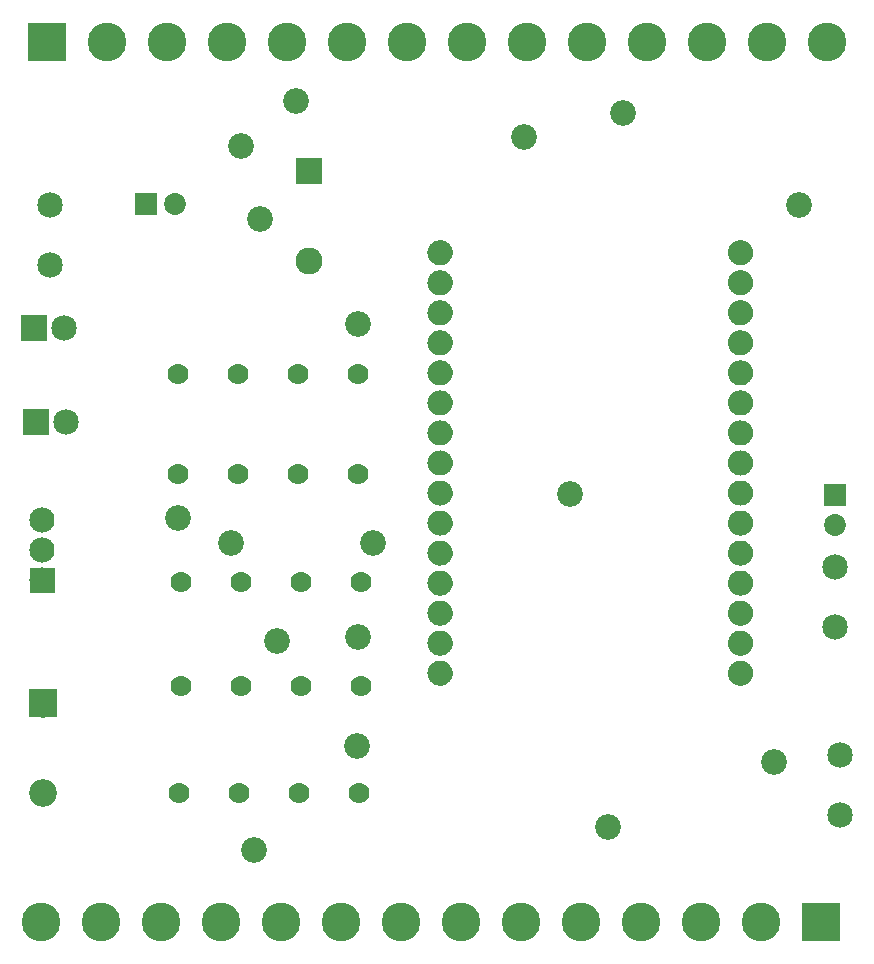
<source format=gbs>
G04 MADE WITH FRITZING*
G04 WWW.FRITZING.ORG*
G04 DOUBLE SIDED*
G04 HOLES PLATED*
G04 CONTOUR ON CENTER OF CONTOUR VECTOR*
%ASAXBY*%
%FSLAX23Y23*%
%MOIN*%
%OFA0B0*%
%SFA1.0B1.0*%
%ADD10C,0.070004*%
%ADD11C,0.070000*%
%ADD12C,0.084000*%
%ADD13C,0.090000*%
%ADD14C,0.085000*%
%ADD15C,0.072992*%
%ADD16C,0.092000*%
%ADD17C,0.128740*%
%ADD18C,0.085433*%
%ADD19R,0.090000X0.090000*%
%ADD20R,0.072992X0.072992*%
%ADD21R,0.085000X0.085000*%
%ADD22R,0.092000X0.092000*%
%ADD23R,0.128740X0.128740*%
%ADD24R,0.001000X0.001000*%
%LNMASK0*%
G90*
G70*
G54D10*
X644Y635D03*
G54D11*
X844Y635D03*
X1044Y635D03*
X1244Y635D03*
G54D12*
X187Y1344D03*
X187Y1444D03*
X187Y1544D03*
G54D13*
X1078Y2709D03*
X1078Y2409D03*
G54D14*
X2830Y1187D03*
X2830Y1387D03*
X2848Y761D03*
X2848Y561D03*
G54D15*
X2830Y1627D03*
X2830Y1529D03*
X533Y2599D03*
X631Y2599D03*
G54D14*
X167Y1871D03*
X267Y1871D03*
X159Y2185D03*
X259Y2185D03*
G54D16*
X192Y933D03*
X192Y635D03*
G54D17*
X2784Y206D03*
X2584Y206D03*
X2384Y206D03*
X2184Y206D03*
X1984Y206D03*
X1784Y206D03*
X1584Y206D03*
X1384Y206D03*
X1184Y206D03*
X984Y206D03*
X784Y206D03*
X584Y206D03*
X384Y206D03*
X184Y206D03*
X203Y3138D03*
X403Y3138D03*
X603Y3138D03*
X803Y3138D03*
X1003Y3138D03*
X1203Y3138D03*
X1403Y3138D03*
X1603Y3138D03*
X1803Y3138D03*
X2003Y3138D03*
X2203Y3138D03*
X2403Y3138D03*
X2603Y3138D03*
X2803Y3138D03*
G54D14*
X213Y2395D03*
X213Y2595D03*
G54D10*
X641Y2032D03*
G54D11*
X841Y2032D03*
X1041Y2032D03*
X1241Y2032D03*
G54D10*
X642Y1699D03*
G54D11*
X842Y1699D03*
X1042Y1699D03*
X1242Y1699D03*
G54D10*
X650Y1338D03*
G54D11*
X850Y1338D03*
X1050Y1338D03*
X1250Y1338D03*
G54D10*
X649Y993D03*
G54D11*
X849Y993D03*
X1049Y993D03*
X1249Y993D03*
G54D18*
X969Y1142D03*
X817Y1467D03*
X893Y444D03*
X642Y1551D03*
X1289Y1467D03*
X1241Y2200D03*
X1241Y1155D03*
X1237Y791D03*
X2074Y523D03*
X1948Y1633D03*
X915Y2549D03*
X849Y2793D03*
X2709Y2594D03*
X2628Y738D03*
X1033Y2943D03*
X1795Y2821D03*
X2125Y2901D03*
G54D19*
X1078Y2709D03*
G54D20*
X2830Y1627D03*
X533Y2599D03*
G54D21*
X167Y1871D03*
X159Y2185D03*
G54D22*
X192Y934D03*
G54D23*
X2784Y206D03*
X203Y3138D03*
G54D24*
X1506Y2477D02*
X1522Y2477D01*
X2507Y2477D02*
X2523Y2477D01*
X1502Y2476D02*
X1526Y2476D01*
X2503Y2476D02*
X2527Y2476D01*
X1499Y2475D02*
X1529Y2475D01*
X2500Y2475D02*
X2530Y2475D01*
X1497Y2474D02*
X1531Y2474D01*
X2498Y2474D02*
X2532Y2474D01*
X1495Y2473D02*
X1533Y2473D01*
X2496Y2473D02*
X2534Y2473D01*
X1493Y2472D02*
X1535Y2472D01*
X2494Y2472D02*
X2536Y2472D01*
X1491Y2471D02*
X1536Y2471D01*
X2493Y2471D02*
X2538Y2471D01*
X1490Y2470D02*
X1538Y2470D01*
X2491Y2470D02*
X2539Y2470D01*
X1488Y2469D02*
X1539Y2469D01*
X2490Y2469D02*
X2541Y2469D01*
X1487Y2468D02*
X1540Y2468D01*
X2489Y2468D02*
X2542Y2468D01*
X1486Y2467D02*
X1542Y2467D01*
X2487Y2467D02*
X2543Y2467D01*
X1485Y2466D02*
X1543Y2466D01*
X2486Y2466D02*
X2544Y2466D01*
X1484Y2465D02*
X1544Y2465D01*
X2485Y2465D02*
X2545Y2465D01*
X1483Y2464D02*
X1545Y2464D01*
X2484Y2464D02*
X2546Y2464D01*
X1482Y2463D02*
X1545Y2463D01*
X2484Y2463D02*
X2547Y2463D01*
X1481Y2462D02*
X1546Y2462D01*
X2483Y2462D02*
X2548Y2462D01*
X1481Y2461D02*
X1547Y2461D01*
X2482Y2461D02*
X2548Y2461D01*
X1480Y2460D02*
X1548Y2460D01*
X2481Y2460D02*
X2549Y2460D01*
X1479Y2459D02*
X1548Y2459D01*
X2481Y2459D02*
X2550Y2459D01*
X1479Y2458D02*
X1549Y2458D01*
X2480Y2458D02*
X2550Y2458D01*
X1478Y2457D02*
X1550Y2457D01*
X2479Y2457D02*
X2551Y2457D01*
X1477Y2456D02*
X1550Y2456D01*
X2479Y2456D02*
X2552Y2456D01*
X1477Y2455D02*
X1551Y2455D01*
X2478Y2455D02*
X2552Y2455D01*
X1476Y2454D02*
X1551Y2454D01*
X2478Y2454D02*
X2553Y2454D01*
X1476Y2453D02*
X1552Y2453D01*
X2477Y2453D02*
X2553Y2453D01*
X1475Y2452D02*
X1552Y2452D01*
X2477Y2452D02*
X2554Y2452D01*
X1475Y2451D02*
X1553Y2451D01*
X2476Y2451D02*
X2554Y2451D01*
X1475Y2450D02*
X1553Y2450D01*
X2476Y2450D02*
X2554Y2450D01*
X1474Y2449D02*
X1553Y2449D01*
X2476Y2449D02*
X2555Y2449D01*
X1474Y2448D02*
X1554Y2448D01*
X2475Y2448D02*
X2555Y2448D01*
X1474Y2447D02*
X1554Y2447D01*
X2475Y2447D02*
X2555Y2447D01*
X1474Y2446D02*
X1554Y2446D01*
X2475Y2446D02*
X2555Y2446D01*
X1473Y2445D02*
X1554Y2445D01*
X2475Y2445D02*
X2556Y2445D01*
X1473Y2444D02*
X1555Y2444D01*
X2475Y2444D02*
X2556Y2444D01*
X1473Y2443D02*
X1555Y2443D01*
X2474Y2443D02*
X2556Y2443D01*
X1473Y2442D02*
X1555Y2442D01*
X2474Y2442D02*
X2556Y2442D01*
X1473Y2441D02*
X1555Y2441D01*
X2474Y2441D02*
X2556Y2441D01*
X1472Y2440D02*
X1555Y2440D01*
X2474Y2440D02*
X2557Y2440D01*
X1472Y2439D02*
X1555Y2439D01*
X2474Y2439D02*
X2557Y2439D01*
X1472Y2438D02*
X1555Y2438D01*
X2474Y2438D02*
X2557Y2438D01*
X1472Y2437D02*
X1555Y2437D01*
X2474Y2437D02*
X2557Y2437D01*
X1472Y2436D02*
X1555Y2436D01*
X2474Y2436D02*
X2557Y2436D01*
X1472Y2435D02*
X1555Y2435D01*
X2474Y2435D02*
X2557Y2435D01*
X1472Y2434D02*
X1555Y2434D01*
X2474Y2434D02*
X2557Y2434D01*
X1472Y2433D02*
X1555Y2433D01*
X2474Y2433D02*
X2557Y2433D01*
X1472Y2432D02*
X1555Y2432D01*
X2474Y2432D02*
X2557Y2432D01*
X1473Y2431D02*
X1555Y2431D01*
X2474Y2431D02*
X2556Y2431D01*
X1473Y2430D02*
X1555Y2430D01*
X2474Y2430D02*
X2556Y2430D01*
X1473Y2429D02*
X1555Y2429D01*
X2474Y2429D02*
X2556Y2429D01*
X1473Y2428D02*
X1555Y2428D01*
X2475Y2428D02*
X2556Y2428D01*
X1473Y2427D02*
X1554Y2427D01*
X2475Y2427D02*
X2556Y2427D01*
X1474Y2426D02*
X1554Y2426D01*
X2475Y2426D02*
X2555Y2426D01*
X1474Y2425D02*
X1554Y2425D01*
X2475Y2425D02*
X2555Y2425D01*
X1474Y2424D02*
X1554Y2424D01*
X2475Y2424D02*
X2555Y2424D01*
X1474Y2423D02*
X1553Y2423D01*
X2476Y2423D02*
X2555Y2423D01*
X1475Y2422D02*
X1553Y2422D01*
X2476Y2422D02*
X2554Y2422D01*
X1475Y2421D02*
X1553Y2421D01*
X2476Y2421D02*
X2554Y2421D01*
X1475Y2420D02*
X1552Y2420D01*
X2477Y2420D02*
X2554Y2420D01*
X1476Y2419D02*
X1552Y2419D01*
X2477Y2419D02*
X2553Y2419D01*
X1476Y2418D02*
X1551Y2418D01*
X2478Y2418D02*
X2553Y2418D01*
X1477Y2417D02*
X1551Y2417D01*
X2478Y2417D02*
X2552Y2417D01*
X1477Y2416D02*
X1550Y2416D01*
X2479Y2416D02*
X2552Y2416D01*
X1478Y2415D02*
X1550Y2415D01*
X2479Y2415D02*
X2551Y2415D01*
X1479Y2414D02*
X1549Y2414D01*
X2480Y2414D02*
X2550Y2414D01*
X1479Y2413D02*
X1548Y2413D01*
X2481Y2413D02*
X2550Y2413D01*
X1480Y2412D02*
X1548Y2412D01*
X2481Y2412D02*
X2549Y2412D01*
X1481Y2411D02*
X1547Y2411D01*
X2482Y2411D02*
X2548Y2411D01*
X1481Y2410D02*
X1546Y2410D01*
X2483Y2410D02*
X2548Y2410D01*
X1482Y2409D02*
X1546Y2409D01*
X2483Y2409D02*
X2547Y2409D01*
X1483Y2408D02*
X1545Y2408D01*
X2484Y2408D02*
X2546Y2408D01*
X1484Y2407D02*
X1544Y2407D01*
X2485Y2407D02*
X2545Y2407D01*
X1485Y2406D02*
X1543Y2406D01*
X2486Y2406D02*
X2544Y2406D01*
X1486Y2405D02*
X1542Y2405D01*
X2487Y2405D02*
X2543Y2405D01*
X1487Y2404D02*
X1541Y2404D01*
X2488Y2404D02*
X2542Y2404D01*
X1488Y2403D02*
X1539Y2403D01*
X2490Y2403D02*
X2541Y2403D01*
X1490Y2402D02*
X1538Y2402D01*
X2491Y2402D02*
X2539Y2402D01*
X1491Y2401D02*
X1537Y2401D01*
X2492Y2401D02*
X2538Y2401D01*
X1493Y2400D02*
X1535Y2400D01*
X2494Y2400D02*
X2536Y2400D01*
X1494Y2399D02*
X1533Y2399D01*
X2496Y2399D02*
X2535Y2399D01*
X1496Y2398D02*
X1531Y2398D01*
X2498Y2398D02*
X2533Y2398D01*
X1499Y2397D02*
X1529Y2397D01*
X2500Y2397D02*
X2531Y2397D01*
X1501Y2396D02*
X1526Y2396D01*
X2503Y2396D02*
X2528Y2396D01*
X1505Y2395D02*
X1522Y2395D01*
X2507Y2395D02*
X2524Y2395D01*
X1512Y2394D02*
X1515Y2394D01*
X2514Y2394D02*
X2517Y2394D01*
X1506Y2377D02*
X1521Y2377D01*
X2508Y2377D02*
X2523Y2377D01*
X1502Y2376D02*
X1526Y2376D01*
X2503Y2376D02*
X2527Y2376D01*
X1499Y2375D02*
X1528Y2375D01*
X2501Y2375D02*
X2530Y2375D01*
X1497Y2374D02*
X1531Y2374D01*
X2498Y2374D02*
X2532Y2374D01*
X1495Y2373D02*
X1533Y2373D01*
X2496Y2373D02*
X2534Y2373D01*
X1493Y2372D02*
X1535Y2372D01*
X2494Y2372D02*
X2536Y2372D01*
X1491Y2371D02*
X1536Y2371D01*
X2493Y2371D02*
X2538Y2371D01*
X1490Y2370D02*
X1538Y2370D01*
X2491Y2370D02*
X2539Y2370D01*
X1489Y2369D02*
X1539Y2369D01*
X2490Y2369D02*
X2540Y2369D01*
X1487Y2368D02*
X1540Y2368D01*
X2489Y2368D02*
X2542Y2368D01*
X1486Y2367D02*
X1541Y2367D01*
X2488Y2367D02*
X2543Y2367D01*
X1485Y2366D02*
X1543Y2366D01*
X2486Y2366D02*
X2544Y2366D01*
X1484Y2365D02*
X1544Y2365D01*
X2485Y2365D02*
X2545Y2365D01*
X1483Y2364D02*
X1544Y2364D01*
X2485Y2364D02*
X2546Y2364D01*
X1482Y2363D02*
X1545Y2363D01*
X2484Y2363D02*
X2547Y2363D01*
X1481Y2362D02*
X1546Y2362D01*
X2483Y2362D02*
X2548Y2362D01*
X1481Y2361D02*
X1547Y2361D01*
X2482Y2361D02*
X2548Y2361D01*
X1480Y2360D02*
X1548Y2360D01*
X2481Y2360D02*
X2549Y2360D01*
X1479Y2359D02*
X1548Y2359D01*
X2481Y2359D02*
X2550Y2359D01*
X1479Y2358D02*
X1549Y2358D01*
X2480Y2358D02*
X2550Y2358D01*
X1478Y2357D02*
X1550Y2357D01*
X2479Y2357D02*
X2551Y2357D01*
X1477Y2356D02*
X1550Y2356D01*
X2479Y2356D02*
X2552Y2356D01*
X1477Y2355D02*
X1551Y2355D01*
X2478Y2355D02*
X2552Y2355D01*
X1476Y2354D02*
X1551Y2354D01*
X2478Y2354D02*
X2553Y2354D01*
X1476Y2353D02*
X1552Y2353D01*
X2477Y2353D02*
X2553Y2353D01*
X1475Y2352D02*
X1552Y2352D01*
X2477Y2352D02*
X2554Y2352D01*
X1475Y2351D02*
X1552Y2351D01*
X2477Y2351D02*
X2554Y2351D01*
X1475Y2350D02*
X1553Y2350D01*
X2476Y2350D02*
X2554Y2350D01*
X1474Y2349D02*
X1553Y2349D01*
X2476Y2349D02*
X2555Y2349D01*
X1474Y2348D02*
X1553Y2348D01*
X2476Y2348D02*
X2555Y2348D01*
X1474Y2347D02*
X1554Y2347D01*
X2475Y2347D02*
X2555Y2347D01*
X1474Y2346D02*
X1554Y2346D01*
X2475Y2346D02*
X2555Y2346D01*
X1473Y2345D02*
X1554Y2345D01*
X2475Y2345D02*
X2556Y2345D01*
X1473Y2344D02*
X1554Y2344D01*
X2475Y2344D02*
X2556Y2344D01*
X1473Y2343D02*
X1555Y2343D01*
X2474Y2343D02*
X2556Y2343D01*
X1473Y2342D02*
X1555Y2342D01*
X2474Y2342D02*
X2556Y2342D01*
X1473Y2341D02*
X1555Y2341D01*
X2474Y2341D02*
X2556Y2341D01*
X1473Y2340D02*
X1555Y2340D01*
X2474Y2340D02*
X2557Y2340D01*
X1472Y2339D02*
X1555Y2339D01*
X2474Y2339D02*
X2557Y2339D01*
X1472Y2338D02*
X1555Y2338D01*
X2474Y2338D02*
X2557Y2338D01*
X1472Y2337D02*
X1555Y2337D01*
X2474Y2337D02*
X2557Y2337D01*
X1472Y2336D02*
X1555Y2336D01*
X2474Y2336D02*
X2557Y2336D01*
X1472Y2335D02*
X1555Y2335D01*
X2474Y2335D02*
X2557Y2335D01*
X1472Y2334D02*
X1555Y2334D01*
X2474Y2334D02*
X2557Y2334D01*
X1472Y2333D02*
X1555Y2333D01*
X2474Y2333D02*
X2557Y2333D01*
X1472Y2332D02*
X1555Y2332D01*
X2474Y2332D02*
X2557Y2332D01*
X1473Y2331D02*
X1555Y2331D01*
X2474Y2331D02*
X2556Y2331D01*
X1473Y2330D02*
X1555Y2330D01*
X2474Y2330D02*
X2556Y2330D01*
X1473Y2329D02*
X1555Y2329D01*
X2474Y2329D02*
X2556Y2329D01*
X1473Y2328D02*
X1555Y2328D01*
X2474Y2328D02*
X2556Y2328D01*
X1473Y2327D02*
X1554Y2327D01*
X2475Y2327D02*
X2556Y2327D01*
X1474Y2326D02*
X1554Y2326D01*
X2475Y2326D02*
X2555Y2326D01*
X1474Y2325D02*
X1554Y2325D01*
X2475Y2325D02*
X2555Y2325D01*
X1474Y2324D02*
X1554Y2324D01*
X2475Y2324D02*
X2555Y2324D01*
X1474Y2323D02*
X1553Y2323D01*
X2476Y2323D02*
X2555Y2323D01*
X1475Y2322D02*
X1553Y2322D01*
X2476Y2322D02*
X2554Y2322D01*
X1475Y2321D02*
X1553Y2321D01*
X2476Y2321D02*
X2554Y2321D01*
X1475Y2320D02*
X1552Y2320D01*
X2477Y2320D02*
X2554Y2320D01*
X1476Y2319D02*
X1552Y2319D01*
X2477Y2319D02*
X2553Y2319D01*
X1476Y2318D02*
X1551Y2318D01*
X2478Y2318D02*
X2553Y2318D01*
X1477Y2317D02*
X1551Y2317D01*
X2478Y2317D02*
X2552Y2317D01*
X1477Y2316D02*
X1550Y2316D01*
X2479Y2316D02*
X2552Y2316D01*
X1478Y2315D02*
X1550Y2315D01*
X2479Y2315D02*
X2551Y2315D01*
X1478Y2314D02*
X1549Y2314D01*
X2480Y2314D02*
X2551Y2314D01*
X1479Y2313D02*
X1549Y2313D01*
X2480Y2313D02*
X2550Y2313D01*
X1480Y2312D02*
X1548Y2312D01*
X2481Y2312D02*
X2549Y2312D01*
X1480Y2311D02*
X1547Y2311D01*
X2482Y2311D02*
X2549Y2311D01*
X1481Y2310D02*
X1546Y2310D01*
X2483Y2310D02*
X2548Y2310D01*
X1482Y2309D02*
X1546Y2309D01*
X2483Y2309D02*
X2547Y2309D01*
X1483Y2308D02*
X1545Y2308D01*
X2484Y2308D02*
X2546Y2308D01*
X1484Y2307D02*
X1544Y2307D01*
X2485Y2307D02*
X2545Y2307D01*
X1485Y2306D02*
X1543Y2306D01*
X2486Y2306D02*
X2544Y2306D01*
X1486Y2305D02*
X1542Y2305D01*
X2487Y2305D02*
X2543Y2305D01*
X1487Y2304D02*
X1541Y2304D01*
X2488Y2304D02*
X2542Y2304D01*
X1488Y2303D02*
X1539Y2303D01*
X2490Y2303D02*
X2541Y2303D01*
X1489Y2302D02*
X1538Y2302D01*
X2491Y2302D02*
X2540Y2302D01*
X1491Y2301D02*
X1537Y2301D01*
X2492Y2301D02*
X2538Y2301D01*
X1492Y2300D02*
X1535Y2300D01*
X2494Y2300D02*
X2537Y2300D01*
X1494Y2299D02*
X1534Y2299D01*
X2496Y2299D02*
X2535Y2299D01*
X1496Y2298D02*
X1532Y2298D01*
X2497Y2298D02*
X2533Y2298D01*
X1498Y2297D02*
X1529Y2297D01*
X2500Y2297D02*
X2531Y2297D01*
X1501Y2296D02*
X1527Y2296D01*
X2502Y2296D02*
X2528Y2296D01*
X1505Y2295D02*
X1523Y2295D01*
X2506Y2295D02*
X2524Y2295D01*
X1510Y2294D02*
X1517Y2294D01*
X2512Y2294D02*
X2519Y2294D01*
X1507Y2277D02*
X1521Y2277D01*
X2508Y2277D02*
X2522Y2277D01*
X1503Y2276D02*
X1525Y2276D01*
X2504Y2276D02*
X2526Y2276D01*
X1500Y2275D02*
X1528Y2275D01*
X2501Y2275D02*
X2529Y2275D01*
X1497Y2274D02*
X1531Y2274D01*
X2498Y2274D02*
X2532Y2274D01*
X1495Y2273D02*
X1533Y2273D01*
X2496Y2273D02*
X2534Y2273D01*
X1493Y2272D02*
X1534Y2272D01*
X2495Y2272D02*
X2536Y2272D01*
X1492Y2271D02*
X1536Y2271D01*
X2493Y2271D02*
X2537Y2271D01*
X1490Y2270D02*
X1537Y2270D01*
X2492Y2270D02*
X2539Y2270D01*
X1489Y2269D02*
X1539Y2269D01*
X2490Y2269D02*
X2540Y2269D01*
X1487Y2268D02*
X1540Y2268D01*
X2489Y2268D02*
X2542Y2268D01*
X1486Y2267D02*
X1541Y2267D01*
X2488Y2267D02*
X2543Y2267D01*
X1485Y2266D02*
X1542Y2266D01*
X2487Y2266D02*
X2544Y2266D01*
X1484Y2265D02*
X1543Y2265D01*
X2486Y2265D02*
X2545Y2265D01*
X1483Y2264D02*
X1544Y2264D01*
X2485Y2264D02*
X2546Y2264D01*
X1482Y2263D02*
X1545Y2263D01*
X2484Y2263D02*
X2547Y2263D01*
X1482Y2262D02*
X1546Y2262D01*
X2483Y2262D02*
X2547Y2262D01*
X1481Y2261D02*
X1547Y2261D01*
X2482Y2261D02*
X2548Y2261D01*
X1480Y2260D02*
X1547Y2260D01*
X2482Y2260D02*
X2549Y2260D01*
X1479Y2259D02*
X1548Y2259D01*
X2481Y2259D02*
X2550Y2259D01*
X1479Y2258D02*
X1549Y2258D01*
X2480Y2258D02*
X2550Y2258D01*
X1478Y2257D02*
X1549Y2257D01*
X2480Y2257D02*
X2551Y2257D01*
X1478Y2256D02*
X1550Y2256D01*
X2479Y2256D02*
X2551Y2256D01*
X1477Y2255D02*
X1551Y2255D01*
X2478Y2255D02*
X2552Y2255D01*
X1477Y2254D02*
X1551Y2254D01*
X2478Y2254D02*
X2552Y2254D01*
X1476Y2253D02*
X1552Y2253D01*
X2477Y2253D02*
X2553Y2253D01*
X1476Y2252D02*
X1552Y2252D01*
X2477Y2252D02*
X2553Y2252D01*
X1475Y2251D02*
X1552Y2251D01*
X2477Y2251D02*
X2554Y2251D01*
X1475Y2250D02*
X1553Y2250D01*
X2476Y2250D02*
X2554Y2250D01*
X1474Y2249D02*
X1553Y2249D01*
X2476Y2249D02*
X2555Y2249D01*
X1474Y2248D02*
X1553Y2248D01*
X2476Y2248D02*
X2555Y2248D01*
X1474Y2247D02*
X1554Y2247D01*
X2475Y2247D02*
X2555Y2247D01*
X1474Y2246D02*
X1554Y2246D01*
X2475Y2246D02*
X2555Y2246D01*
X1473Y2245D02*
X1554Y2245D01*
X2475Y2245D02*
X2556Y2245D01*
X1473Y2244D02*
X1554Y2244D01*
X2475Y2244D02*
X2556Y2244D01*
X1473Y2243D02*
X1555Y2243D01*
X2474Y2243D02*
X2556Y2243D01*
X1473Y2242D02*
X1555Y2242D01*
X2474Y2242D02*
X2556Y2242D01*
X1473Y2241D02*
X1555Y2241D01*
X2474Y2241D02*
X2556Y2241D01*
X1473Y2240D02*
X1555Y2240D01*
X2474Y2240D02*
X2556Y2240D01*
X1472Y2239D02*
X1555Y2239D01*
X2474Y2239D02*
X2557Y2239D01*
X1472Y2238D02*
X1555Y2238D01*
X2474Y2238D02*
X2557Y2238D01*
X1472Y2237D02*
X1555Y2237D01*
X2474Y2237D02*
X2557Y2237D01*
X1472Y2236D02*
X1555Y2236D01*
X2474Y2236D02*
X2557Y2236D01*
X1472Y2235D02*
X1555Y2235D01*
X2474Y2235D02*
X2557Y2235D01*
X1472Y2234D02*
X1555Y2234D01*
X2474Y2234D02*
X2557Y2234D01*
X1472Y2233D02*
X1555Y2233D01*
X2474Y2233D02*
X2557Y2233D01*
X1472Y2232D02*
X1555Y2232D01*
X2474Y2232D02*
X2557Y2232D01*
X1473Y2231D02*
X1555Y2231D01*
X2474Y2231D02*
X2556Y2231D01*
X1473Y2230D02*
X1555Y2230D01*
X2474Y2230D02*
X2556Y2230D01*
X1473Y2229D02*
X1555Y2229D01*
X2474Y2229D02*
X2556Y2229D01*
X1473Y2228D02*
X1555Y2228D01*
X2474Y2228D02*
X2556Y2228D01*
X1473Y2227D02*
X1554Y2227D01*
X2475Y2227D02*
X2556Y2227D01*
X1473Y2226D02*
X1554Y2226D01*
X2475Y2226D02*
X2556Y2226D01*
X1474Y2225D02*
X1554Y2225D01*
X2475Y2225D02*
X2555Y2225D01*
X1474Y2224D02*
X1554Y2224D01*
X2475Y2224D02*
X2555Y2224D01*
X1474Y2223D02*
X1553Y2223D01*
X2476Y2223D02*
X2555Y2223D01*
X1475Y2222D02*
X1553Y2222D01*
X2476Y2222D02*
X2554Y2222D01*
X1475Y2221D02*
X1553Y2221D01*
X2476Y2221D02*
X2554Y2221D01*
X1475Y2220D02*
X1552Y2220D01*
X2477Y2220D02*
X2554Y2220D01*
X1476Y2219D02*
X1552Y2219D01*
X2477Y2219D02*
X2553Y2219D01*
X1476Y2218D02*
X1551Y2218D01*
X2478Y2218D02*
X2553Y2218D01*
X1477Y2217D02*
X1551Y2217D01*
X2478Y2217D02*
X2552Y2217D01*
X1477Y2216D02*
X1550Y2216D01*
X2479Y2216D02*
X2552Y2216D01*
X1478Y2215D02*
X1550Y2215D01*
X2479Y2215D02*
X2551Y2215D01*
X1478Y2214D02*
X1549Y2214D01*
X2480Y2214D02*
X2551Y2214D01*
X1479Y2213D02*
X1549Y2213D01*
X2480Y2213D02*
X2550Y2213D01*
X1480Y2212D02*
X1548Y2212D01*
X2481Y2212D02*
X2549Y2212D01*
X1480Y2211D02*
X1547Y2211D01*
X2482Y2211D02*
X2549Y2211D01*
X1481Y2210D02*
X1546Y2210D01*
X2483Y2210D02*
X2548Y2210D01*
X1482Y2209D02*
X1546Y2209D01*
X2483Y2209D02*
X2547Y2209D01*
X1483Y2208D02*
X1545Y2208D01*
X2484Y2208D02*
X2546Y2208D01*
X1484Y2207D02*
X1544Y2207D01*
X2485Y2207D02*
X2545Y2207D01*
X1485Y2206D02*
X1543Y2206D01*
X2486Y2206D02*
X2544Y2206D01*
X1486Y2205D02*
X1542Y2205D01*
X2487Y2205D02*
X2543Y2205D01*
X1487Y2204D02*
X1541Y2204D01*
X2488Y2204D02*
X2542Y2204D01*
X1488Y2203D02*
X1540Y2203D01*
X2489Y2203D02*
X2541Y2203D01*
X1489Y2202D02*
X1538Y2202D01*
X2491Y2202D02*
X2540Y2202D01*
X1491Y2201D02*
X1537Y2201D01*
X2492Y2201D02*
X2538Y2201D01*
X1492Y2200D02*
X1535Y2200D01*
X2494Y2200D02*
X2537Y2200D01*
X1494Y2199D02*
X1534Y2199D01*
X2495Y2199D02*
X2535Y2199D01*
X1496Y2198D02*
X1532Y2198D01*
X2497Y2198D02*
X2533Y2198D01*
X1498Y2197D02*
X1530Y2197D01*
X2499Y2197D02*
X2531Y2197D01*
X1501Y2196D02*
X1527Y2196D01*
X2502Y2196D02*
X2528Y2196D01*
X1504Y2195D02*
X1524Y2195D01*
X2505Y2195D02*
X2525Y2195D01*
X1509Y2194D02*
X1518Y2194D01*
X2511Y2194D02*
X2520Y2194D01*
X1508Y2177D02*
X1520Y2177D01*
X2509Y2177D02*
X2521Y2177D01*
X1503Y2176D02*
X1524Y2176D01*
X2505Y2176D02*
X2526Y2176D01*
X1500Y2175D02*
X1528Y2175D01*
X2501Y2175D02*
X2529Y2175D01*
X1497Y2174D02*
X1530Y2174D01*
X2499Y2174D02*
X2532Y2174D01*
X1495Y2173D02*
X1532Y2173D01*
X2497Y2173D02*
X2534Y2173D01*
X1493Y2172D02*
X1534Y2172D01*
X2495Y2172D02*
X2536Y2172D01*
X1492Y2171D02*
X1536Y2171D01*
X2493Y2171D02*
X2537Y2171D01*
X1490Y2170D02*
X1537Y2170D01*
X2492Y2170D02*
X2539Y2170D01*
X1489Y2169D02*
X1539Y2169D01*
X2490Y2169D02*
X2540Y2169D01*
X1488Y2168D02*
X1540Y2168D01*
X2489Y2168D02*
X2541Y2168D01*
X1486Y2167D02*
X1541Y2167D01*
X2488Y2167D02*
X2543Y2167D01*
X1485Y2166D02*
X1542Y2166D01*
X2487Y2166D02*
X2544Y2166D01*
X1484Y2165D02*
X1543Y2165D01*
X2486Y2165D02*
X2545Y2165D01*
X1483Y2164D02*
X1544Y2164D01*
X2485Y2164D02*
X2546Y2164D01*
X1483Y2163D02*
X1545Y2163D01*
X2484Y2163D02*
X2546Y2163D01*
X1482Y2162D02*
X1546Y2162D01*
X2483Y2162D02*
X2547Y2162D01*
X1481Y2161D02*
X1547Y2161D01*
X2482Y2161D02*
X2548Y2161D01*
X1480Y2160D02*
X1547Y2160D01*
X2482Y2160D02*
X2549Y2160D01*
X1479Y2159D02*
X1548Y2159D01*
X2481Y2159D02*
X2550Y2159D01*
X1479Y2158D02*
X1549Y2158D01*
X2480Y2158D02*
X2550Y2158D01*
X1478Y2157D02*
X1549Y2157D01*
X2480Y2157D02*
X2551Y2157D01*
X1478Y2156D02*
X1550Y2156D01*
X2479Y2156D02*
X2551Y2156D01*
X1477Y2155D02*
X1551Y2155D01*
X2478Y2155D02*
X2552Y2155D01*
X1477Y2154D02*
X1551Y2154D01*
X2478Y2154D02*
X2552Y2154D01*
X1476Y2153D02*
X1552Y2153D01*
X2477Y2153D02*
X2553Y2153D01*
X1476Y2152D02*
X1552Y2152D01*
X2477Y2152D02*
X2553Y2152D01*
X1475Y2151D02*
X1552Y2151D01*
X2477Y2151D02*
X2554Y2151D01*
X1475Y2150D02*
X1553Y2150D01*
X2476Y2150D02*
X2554Y2150D01*
X1475Y2149D02*
X1553Y2149D01*
X2476Y2149D02*
X2554Y2149D01*
X1474Y2148D02*
X1553Y2148D01*
X2476Y2148D02*
X2555Y2148D01*
X1474Y2147D02*
X1554Y2147D01*
X2475Y2147D02*
X2555Y2147D01*
X1474Y2146D02*
X1554Y2146D01*
X2475Y2146D02*
X2555Y2146D01*
X1473Y2145D02*
X1554Y2145D01*
X2475Y2145D02*
X2556Y2145D01*
X1473Y2144D02*
X1554Y2144D01*
X2475Y2144D02*
X2556Y2144D01*
X1473Y2143D02*
X1555Y2143D01*
X2474Y2143D02*
X2556Y2143D01*
X1473Y2142D02*
X1555Y2142D01*
X2474Y2142D02*
X2556Y2142D01*
X1473Y2141D02*
X1555Y2141D01*
X2474Y2141D02*
X2556Y2141D01*
X1473Y2140D02*
X1555Y2140D01*
X2474Y2140D02*
X2556Y2140D01*
X1472Y2139D02*
X1555Y2139D01*
X2474Y2139D02*
X2557Y2139D01*
X1472Y2138D02*
X1555Y2138D01*
X2474Y2138D02*
X2557Y2138D01*
X1472Y2137D02*
X1555Y2137D01*
X2474Y2137D02*
X2557Y2137D01*
X1472Y2136D02*
X1555Y2136D01*
X2474Y2136D02*
X2557Y2136D01*
X1472Y2135D02*
X1555Y2135D01*
X2474Y2135D02*
X2557Y2135D01*
X1472Y2134D02*
X1555Y2134D01*
X2474Y2134D02*
X2557Y2134D01*
X1472Y2133D02*
X1555Y2133D01*
X2474Y2133D02*
X2557Y2133D01*
X1472Y2132D02*
X1555Y2132D01*
X2474Y2132D02*
X2557Y2132D01*
X1473Y2131D02*
X1555Y2131D01*
X2474Y2131D02*
X2556Y2131D01*
X1473Y2130D02*
X1555Y2130D01*
X2474Y2130D02*
X2556Y2130D01*
X1473Y2129D02*
X1555Y2129D01*
X2474Y2129D02*
X2556Y2129D01*
X1473Y2128D02*
X1555Y2128D01*
X2474Y2128D02*
X2556Y2128D01*
X1473Y2127D02*
X1554Y2127D01*
X2475Y2127D02*
X2556Y2127D01*
X1473Y2126D02*
X1554Y2126D01*
X2475Y2126D02*
X2556Y2126D01*
X1474Y2125D02*
X1554Y2125D01*
X2475Y2125D02*
X2555Y2125D01*
X1474Y2124D02*
X1554Y2124D01*
X2475Y2124D02*
X2555Y2124D01*
X1474Y2123D02*
X1553Y2123D01*
X2476Y2123D02*
X2555Y2123D01*
X1475Y2122D02*
X1553Y2122D01*
X2476Y2122D02*
X2554Y2122D01*
X1475Y2121D02*
X1553Y2121D01*
X2476Y2121D02*
X2554Y2121D01*
X1475Y2120D02*
X1552Y2120D01*
X2477Y2120D02*
X2554Y2120D01*
X1476Y2119D02*
X1552Y2119D01*
X2477Y2119D02*
X2553Y2119D01*
X1476Y2118D02*
X1551Y2118D01*
X2478Y2118D02*
X2553Y2118D01*
X1477Y2117D02*
X1551Y2117D01*
X2478Y2117D02*
X2552Y2117D01*
X1477Y2116D02*
X1550Y2116D01*
X2479Y2116D02*
X2552Y2116D01*
X1478Y2115D02*
X1550Y2115D01*
X2479Y2115D02*
X2551Y2115D01*
X1478Y2114D02*
X1549Y2114D01*
X2480Y2114D02*
X2551Y2114D01*
X1479Y2113D02*
X1549Y2113D01*
X2480Y2113D02*
X2550Y2113D01*
X1480Y2112D02*
X1548Y2112D01*
X2481Y2112D02*
X2549Y2112D01*
X1480Y2111D02*
X1547Y2111D01*
X2482Y2111D02*
X2549Y2111D01*
X1481Y2110D02*
X1547Y2110D01*
X2482Y2110D02*
X2548Y2110D01*
X1482Y2109D02*
X1546Y2109D01*
X2483Y2109D02*
X2547Y2109D01*
X1483Y2108D02*
X1545Y2108D01*
X2484Y2108D02*
X2546Y2108D01*
X1484Y2107D02*
X1544Y2107D01*
X2485Y2107D02*
X2545Y2107D01*
X1484Y2106D02*
X1543Y2106D01*
X2486Y2106D02*
X2545Y2106D01*
X1485Y2105D02*
X1542Y2105D01*
X2487Y2105D02*
X2544Y2105D01*
X1487Y2104D02*
X1541Y2104D01*
X2488Y2104D02*
X2542Y2104D01*
X1488Y2103D02*
X1540Y2103D01*
X2489Y2103D02*
X2541Y2103D01*
X1489Y2102D02*
X1538Y2102D01*
X2491Y2102D02*
X2540Y2102D01*
X1490Y2101D02*
X1537Y2101D01*
X2492Y2101D02*
X2539Y2101D01*
X1492Y2100D02*
X1536Y2100D01*
X2493Y2100D02*
X2537Y2100D01*
X1494Y2099D02*
X1534Y2099D01*
X2495Y2099D02*
X2535Y2099D01*
X1496Y2098D02*
X1532Y2098D01*
X2497Y2098D02*
X2533Y2098D01*
X1498Y2097D02*
X1530Y2097D01*
X2499Y2097D02*
X2531Y2097D01*
X1500Y2096D02*
X1527Y2096D01*
X2502Y2096D02*
X2529Y2096D01*
X1504Y2095D02*
X1524Y2095D01*
X2505Y2095D02*
X2525Y2095D01*
X1509Y2094D02*
X1519Y2094D01*
X2510Y2094D02*
X2520Y2094D01*
X1509Y2077D02*
X1519Y2077D01*
X2510Y2077D02*
X2520Y2077D01*
X1504Y2076D02*
X1524Y2076D01*
X2505Y2076D02*
X2525Y2076D01*
X1500Y2075D02*
X1527Y2075D01*
X2502Y2075D02*
X2529Y2075D01*
X1498Y2074D02*
X1530Y2074D01*
X2499Y2074D02*
X2531Y2074D01*
X1496Y2073D02*
X1532Y2073D01*
X2497Y2073D02*
X2533Y2073D01*
X1494Y2072D02*
X1534Y2072D01*
X2495Y2072D02*
X2535Y2072D01*
X1492Y2071D02*
X1536Y2071D01*
X2493Y2071D02*
X2537Y2071D01*
X1491Y2070D02*
X1537Y2070D01*
X2492Y2070D02*
X2539Y2070D01*
X1489Y2069D02*
X1538Y2069D01*
X2491Y2069D02*
X2540Y2069D01*
X1488Y2068D02*
X1540Y2068D01*
X2489Y2068D02*
X2541Y2068D01*
X1487Y2067D02*
X1541Y2067D01*
X2488Y2067D02*
X2542Y2067D01*
X1486Y2066D02*
X1542Y2066D01*
X2487Y2066D02*
X2543Y2066D01*
X1484Y2065D02*
X1543Y2065D01*
X2486Y2065D02*
X2545Y2065D01*
X1484Y2064D02*
X1544Y2064D01*
X2485Y2064D02*
X2545Y2064D01*
X1483Y2063D02*
X1545Y2063D01*
X2484Y2063D02*
X2546Y2063D01*
X1482Y2062D02*
X1546Y2062D01*
X2483Y2062D02*
X2547Y2062D01*
X1481Y2061D02*
X1547Y2061D01*
X2482Y2061D02*
X2548Y2061D01*
X1480Y2060D02*
X1547Y2060D01*
X2482Y2060D02*
X2549Y2060D01*
X1480Y2059D02*
X1548Y2059D01*
X2481Y2059D02*
X2549Y2059D01*
X1479Y2058D02*
X1549Y2058D01*
X2480Y2058D02*
X2550Y2058D01*
X1478Y2057D02*
X1549Y2057D01*
X2480Y2057D02*
X2551Y2057D01*
X1478Y2056D02*
X1550Y2056D01*
X2479Y2056D02*
X2551Y2056D01*
X1477Y2055D02*
X1550Y2055D01*
X2479Y2055D02*
X2552Y2055D01*
X1477Y2054D02*
X1551Y2054D01*
X2478Y2054D02*
X2552Y2054D01*
X1476Y2053D02*
X1551Y2053D01*
X2478Y2053D02*
X2553Y2053D01*
X1476Y2052D02*
X1552Y2052D01*
X2477Y2052D02*
X2553Y2052D01*
X1475Y2051D02*
X1552Y2051D01*
X2477Y2051D02*
X2554Y2051D01*
X1475Y2050D02*
X1553Y2050D01*
X2476Y2050D02*
X2554Y2050D01*
X1475Y2049D02*
X1553Y2049D01*
X2476Y2049D02*
X2554Y2049D01*
X1474Y2048D02*
X1553Y2048D01*
X2476Y2048D02*
X2555Y2048D01*
X1474Y2047D02*
X1554Y2047D01*
X2475Y2047D02*
X2555Y2047D01*
X1474Y2046D02*
X1554Y2046D01*
X2475Y2046D02*
X2555Y2046D01*
X1473Y2045D02*
X1554Y2045D01*
X2475Y2045D02*
X2556Y2045D01*
X1473Y2044D02*
X1554Y2044D01*
X2475Y2044D02*
X2556Y2044D01*
X1473Y2043D02*
X1555Y2043D01*
X2474Y2043D02*
X2556Y2043D01*
X1473Y2042D02*
X1555Y2042D01*
X2474Y2042D02*
X2556Y2042D01*
X1473Y2041D02*
X1555Y2041D01*
X2474Y2041D02*
X2556Y2041D01*
X1473Y2040D02*
X1555Y2040D01*
X2474Y2040D02*
X2556Y2040D01*
X1472Y2039D02*
X1555Y2039D01*
X2474Y2039D02*
X2557Y2039D01*
X1472Y2038D02*
X1555Y2038D01*
X2474Y2038D02*
X2557Y2038D01*
X1472Y2037D02*
X1555Y2037D01*
X2474Y2037D02*
X2557Y2037D01*
X1472Y2036D02*
X1555Y2036D01*
X2474Y2036D02*
X2557Y2036D01*
X1472Y2035D02*
X1555Y2035D01*
X2474Y2035D02*
X2557Y2035D01*
X1472Y2034D02*
X1555Y2034D01*
X2474Y2034D02*
X2557Y2034D01*
X1472Y2033D02*
X1555Y2033D01*
X2474Y2033D02*
X2557Y2033D01*
X1472Y2032D02*
X1555Y2032D01*
X2474Y2032D02*
X2557Y2032D01*
X1473Y2031D02*
X1555Y2031D01*
X2474Y2031D02*
X2556Y2031D01*
X1473Y2030D02*
X1555Y2030D01*
X2474Y2030D02*
X2556Y2030D01*
X1473Y2029D02*
X1555Y2029D01*
X2474Y2029D02*
X2556Y2029D01*
X1473Y2028D02*
X1555Y2028D01*
X2474Y2028D02*
X2556Y2028D01*
X1473Y2027D02*
X1554Y2027D01*
X2475Y2027D02*
X2556Y2027D01*
X1473Y2026D02*
X1554Y2026D01*
X2475Y2026D02*
X2556Y2026D01*
X1474Y2025D02*
X1554Y2025D01*
X2475Y2025D02*
X2555Y2025D01*
X1474Y2024D02*
X1554Y2024D01*
X2475Y2024D02*
X2555Y2024D01*
X1474Y2023D02*
X1553Y2023D01*
X2476Y2023D02*
X2555Y2023D01*
X1475Y2022D02*
X1553Y2022D01*
X2476Y2022D02*
X2554Y2022D01*
X1475Y2021D02*
X1553Y2021D01*
X2476Y2021D02*
X2554Y2021D01*
X1475Y2020D02*
X1552Y2020D01*
X2477Y2020D02*
X2554Y2020D01*
X1476Y2019D02*
X1552Y2019D01*
X2477Y2019D02*
X2553Y2019D01*
X1476Y2018D02*
X1552Y2018D01*
X2477Y2018D02*
X2553Y2018D01*
X1477Y2017D02*
X1551Y2017D01*
X2478Y2017D02*
X2552Y2017D01*
X1477Y2016D02*
X1551Y2016D01*
X2478Y2016D02*
X2552Y2016D01*
X1478Y2015D02*
X1550Y2015D01*
X2479Y2015D02*
X2551Y2015D01*
X1478Y2014D02*
X1549Y2014D01*
X2480Y2014D02*
X2551Y2014D01*
X1479Y2013D02*
X1549Y2013D01*
X2480Y2013D02*
X2550Y2013D01*
X1479Y2012D02*
X1548Y2012D01*
X2481Y2012D02*
X2550Y2012D01*
X1480Y2011D02*
X1547Y2011D01*
X2482Y2011D02*
X2549Y2011D01*
X1481Y2010D02*
X1547Y2010D01*
X2482Y2010D02*
X2548Y2010D01*
X1482Y2009D02*
X1546Y2009D01*
X2483Y2009D02*
X2547Y2009D01*
X1483Y2008D02*
X1545Y2008D01*
X2484Y2008D02*
X2546Y2008D01*
X1483Y2007D02*
X1544Y2007D01*
X2485Y2007D02*
X2546Y2007D01*
X1484Y2006D02*
X1543Y2006D01*
X2486Y2006D02*
X2545Y2006D01*
X1485Y2005D02*
X1542Y2005D01*
X2487Y2005D02*
X2544Y2005D01*
X1486Y2004D02*
X1541Y2004D01*
X2488Y2004D02*
X2543Y2004D01*
X1488Y2003D02*
X1540Y2003D01*
X2489Y2003D02*
X2541Y2003D01*
X1489Y2002D02*
X1539Y2002D01*
X2490Y2002D02*
X2540Y2002D01*
X1490Y2001D02*
X1537Y2001D01*
X2492Y2001D02*
X2539Y2001D01*
X1492Y2000D02*
X1536Y2000D01*
X2493Y2000D02*
X2537Y2000D01*
X1493Y1999D02*
X1534Y1999D01*
X2495Y1999D02*
X2536Y1999D01*
X1495Y1998D02*
X1532Y1998D01*
X2497Y1998D02*
X2534Y1998D01*
X1497Y1997D02*
X1530Y1997D01*
X2499Y1997D02*
X2532Y1997D01*
X1500Y1996D02*
X1528Y1996D01*
X2501Y1996D02*
X2529Y1996D01*
X1503Y1995D02*
X1525Y1995D01*
X2505Y1995D02*
X2526Y1995D01*
X1508Y1994D02*
X1520Y1994D01*
X2509Y1994D02*
X2521Y1994D01*
X1510Y1977D02*
X1518Y1977D01*
X2511Y1977D02*
X2519Y1977D01*
X1504Y1976D02*
X1523Y1976D01*
X2506Y1976D02*
X2525Y1976D01*
X1501Y1975D02*
X1527Y1975D01*
X2502Y1975D02*
X2528Y1975D01*
X1498Y1974D02*
X1530Y1974D01*
X2499Y1974D02*
X2531Y1974D01*
X1496Y1973D02*
X1532Y1973D01*
X2497Y1973D02*
X2533Y1973D01*
X1494Y1972D02*
X1534Y1972D01*
X2495Y1972D02*
X2535Y1972D01*
X1492Y1971D02*
X1535Y1971D01*
X2494Y1971D02*
X2537Y1971D01*
X1491Y1970D02*
X1537Y1970D01*
X2492Y1970D02*
X2538Y1970D01*
X1489Y1969D02*
X1538Y1969D01*
X2491Y1969D02*
X2540Y1969D01*
X1488Y1968D02*
X1540Y1968D01*
X2489Y1968D02*
X2541Y1968D01*
X1487Y1967D02*
X1541Y1967D01*
X2488Y1967D02*
X2542Y1967D01*
X1486Y1966D02*
X1542Y1966D01*
X2487Y1966D02*
X2543Y1966D01*
X1485Y1965D02*
X1543Y1965D01*
X2486Y1965D02*
X2544Y1965D01*
X1484Y1964D02*
X1544Y1964D01*
X2485Y1964D02*
X2545Y1964D01*
X1483Y1963D02*
X1545Y1963D01*
X2484Y1963D02*
X2546Y1963D01*
X1482Y1962D02*
X1546Y1962D01*
X2483Y1962D02*
X2547Y1962D01*
X1481Y1961D02*
X1546Y1961D01*
X2483Y1961D02*
X2548Y1961D01*
X1480Y1960D02*
X1547Y1960D01*
X2482Y1960D02*
X2549Y1960D01*
X1480Y1959D02*
X1548Y1959D01*
X2481Y1959D02*
X2549Y1959D01*
X1479Y1958D02*
X1549Y1958D01*
X2480Y1958D02*
X2550Y1958D01*
X1478Y1957D02*
X1549Y1957D01*
X2480Y1957D02*
X2551Y1957D01*
X1478Y1956D02*
X1550Y1956D01*
X2479Y1956D02*
X2551Y1956D01*
X1477Y1955D02*
X1550Y1955D01*
X2479Y1955D02*
X2552Y1955D01*
X1477Y1954D02*
X1551Y1954D01*
X2478Y1954D02*
X2552Y1954D01*
X1476Y1953D02*
X1551Y1953D01*
X2478Y1953D02*
X2553Y1953D01*
X1476Y1952D02*
X1552Y1952D01*
X2477Y1952D02*
X2553Y1952D01*
X1475Y1951D02*
X1552Y1951D01*
X2477Y1951D02*
X2554Y1951D01*
X1475Y1950D02*
X1553Y1950D01*
X2476Y1950D02*
X2554Y1950D01*
X1475Y1949D02*
X1553Y1949D01*
X2476Y1949D02*
X2554Y1949D01*
X1474Y1948D02*
X1553Y1948D01*
X2476Y1948D02*
X2555Y1948D01*
X1474Y1947D02*
X1554Y1947D01*
X2475Y1947D02*
X2555Y1947D01*
X1474Y1946D02*
X1554Y1946D01*
X2475Y1946D02*
X2555Y1946D01*
X1473Y1945D02*
X1554Y1945D01*
X2475Y1945D02*
X2556Y1945D01*
X1473Y1944D02*
X1554Y1944D01*
X2475Y1944D02*
X2556Y1944D01*
X1473Y1943D02*
X1555Y1943D01*
X2474Y1943D02*
X2556Y1943D01*
X1473Y1942D02*
X1555Y1942D01*
X2474Y1942D02*
X2556Y1942D01*
X1473Y1941D02*
X1555Y1941D01*
X2474Y1941D02*
X2556Y1941D01*
X1473Y1940D02*
X1555Y1940D01*
X2474Y1940D02*
X2556Y1940D01*
X1472Y1939D02*
X1555Y1939D01*
X2474Y1939D02*
X2557Y1939D01*
X1472Y1938D02*
X1555Y1938D01*
X2474Y1938D02*
X2557Y1938D01*
X1472Y1937D02*
X1555Y1937D01*
X2474Y1937D02*
X2557Y1937D01*
X1472Y1936D02*
X1555Y1936D01*
X2474Y1936D02*
X2557Y1936D01*
X1472Y1935D02*
X1555Y1935D01*
X2474Y1935D02*
X2557Y1935D01*
X1472Y1934D02*
X1555Y1934D01*
X2474Y1934D02*
X2557Y1934D01*
X1472Y1933D02*
X1555Y1933D01*
X2474Y1933D02*
X2557Y1933D01*
X1472Y1932D02*
X1555Y1932D01*
X2474Y1932D02*
X2557Y1932D01*
X1473Y1931D02*
X1555Y1931D01*
X2474Y1931D02*
X2556Y1931D01*
X1473Y1930D02*
X1555Y1930D01*
X2474Y1930D02*
X2556Y1930D01*
X1473Y1929D02*
X1555Y1929D01*
X2474Y1929D02*
X2556Y1929D01*
X1473Y1928D02*
X1555Y1928D01*
X2474Y1928D02*
X2556Y1928D01*
X1473Y1927D02*
X1554Y1927D01*
X2475Y1927D02*
X2556Y1927D01*
X1473Y1926D02*
X1554Y1926D01*
X2475Y1926D02*
X2556Y1926D01*
X1474Y1925D02*
X1554Y1925D01*
X2475Y1925D02*
X2555Y1925D01*
X1474Y1924D02*
X1554Y1924D01*
X2475Y1924D02*
X2555Y1924D01*
X1474Y1923D02*
X1553Y1923D01*
X2476Y1923D02*
X2555Y1923D01*
X1474Y1922D02*
X1553Y1922D01*
X2476Y1922D02*
X2555Y1922D01*
X1475Y1921D02*
X1553Y1921D01*
X2476Y1921D02*
X2554Y1921D01*
X1475Y1920D02*
X1552Y1920D01*
X2477Y1920D02*
X2554Y1920D01*
X1476Y1919D02*
X1552Y1919D01*
X2477Y1919D02*
X2553Y1919D01*
X1476Y1918D02*
X1552Y1918D01*
X2477Y1918D02*
X2553Y1918D01*
X1477Y1917D02*
X1551Y1917D01*
X2478Y1917D02*
X2553Y1917D01*
X1477Y1916D02*
X1551Y1916D01*
X2478Y1916D02*
X2552Y1916D01*
X1478Y1915D02*
X1550Y1915D01*
X2479Y1915D02*
X2551Y1915D01*
X1478Y1914D02*
X1549Y1914D01*
X2480Y1914D02*
X2551Y1914D01*
X1479Y1913D02*
X1549Y1913D01*
X2480Y1913D02*
X2550Y1913D01*
X1479Y1912D02*
X1548Y1912D01*
X2481Y1912D02*
X2550Y1912D01*
X1480Y1911D02*
X1548Y1911D01*
X2482Y1911D02*
X2549Y1911D01*
X1481Y1910D02*
X1547Y1910D01*
X2482Y1910D02*
X2548Y1910D01*
X1482Y1909D02*
X1546Y1909D01*
X2483Y1909D02*
X2547Y1909D01*
X1482Y1908D02*
X1545Y1908D01*
X2484Y1908D02*
X2547Y1908D01*
X1483Y1907D02*
X1544Y1907D01*
X2485Y1907D02*
X2546Y1907D01*
X1484Y1906D02*
X1543Y1906D01*
X2486Y1906D02*
X2545Y1906D01*
X1485Y1905D02*
X1542Y1905D01*
X2487Y1905D02*
X2544Y1905D01*
X1486Y1904D02*
X1541Y1904D01*
X2488Y1904D02*
X2543Y1904D01*
X1487Y1903D02*
X1540Y1903D01*
X2489Y1903D02*
X2542Y1903D01*
X1489Y1902D02*
X1539Y1902D01*
X2490Y1902D02*
X2540Y1902D01*
X1490Y1901D02*
X1537Y1901D01*
X2492Y1901D02*
X2539Y1901D01*
X1492Y1900D02*
X1536Y1900D01*
X2493Y1900D02*
X2537Y1900D01*
X1493Y1899D02*
X1534Y1899D01*
X2495Y1899D02*
X2536Y1899D01*
X1495Y1898D02*
X1533Y1898D01*
X2496Y1898D02*
X2534Y1898D01*
X1497Y1897D02*
X1531Y1897D01*
X2498Y1897D02*
X2532Y1897D01*
X1499Y1896D02*
X1528Y1896D01*
X2501Y1896D02*
X2530Y1896D01*
X1503Y1895D02*
X1525Y1895D01*
X2504Y1895D02*
X2526Y1895D01*
X1507Y1894D02*
X1521Y1894D01*
X2508Y1894D02*
X2522Y1894D01*
X1511Y1877D02*
X1517Y1877D01*
X2512Y1877D02*
X2518Y1877D01*
X1505Y1876D02*
X1523Y1876D01*
X2506Y1876D02*
X2524Y1876D01*
X1501Y1875D02*
X1527Y1875D01*
X2502Y1875D02*
X2528Y1875D01*
X1498Y1874D02*
X1529Y1874D01*
X2500Y1874D02*
X2531Y1874D01*
X1496Y1873D02*
X1532Y1873D01*
X2497Y1873D02*
X2533Y1873D01*
X1494Y1872D02*
X1533Y1872D01*
X2496Y1872D02*
X2535Y1872D01*
X1492Y1871D02*
X1535Y1871D01*
X2494Y1871D02*
X2537Y1871D01*
X1491Y1870D02*
X1537Y1870D01*
X2492Y1870D02*
X2538Y1870D01*
X1490Y1869D02*
X1538Y1869D01*
X2491Y1869D02*
X2540Y1869D01*
X1488Y1868D02*
X1539Y1868D01*
X2490Y1868D02*
X2541Y1868D01*
X1487Y1867D02*
X1541Y1867D01*
X2488Y1867D02*
X2542Y1867D01*
X1486Y1866D02*
X1542Y1866D01*
X2487Y1866D02*
X2543Y1866D01*
X1485Y1865D02*
X1543Y1865D01*
X2486Y1865D02*
X2544Y1865D01*
X1484Y1864D02*
X1544Y1864D01*
X2485Y1864D02*
X2545Y1864D01*
X1483Y1863D02*
X1545Y1863D01*
X2484Y1863D02*
X2546Y1863D01*
X1482Y1862D02*
X1546Y1862D01*
X2483Y1862D02*
X2547Y1862D01*
X1481Y1861D02*
X1546Y1861D01*
X2483Y1861D02*
X2548Y1861D01*
X1480Y1860D02*
X1547Y1860D01*
X2482Y1860D02*
X2549Y1860D01*
X1480Y1859D02*
X1548Y1859D01*
X2481Y1859D02*
X2549Y1859D01*
X1479Y1858D02*
X1549Y1858D01*
X2481Y1858D02*
X2550Y1858D01*
X1478Y1857D02*
X1549Y1857D01*
X2480Y1857D02*
X2551Y1857D01*
X1478Y1856D02*
X1550Y1856D01*
X2479Y1856D02*
X2551Y1856D01*
X1477Y1855D02*
X1550Y1855D01*
X2479Y1855D02*
X2552Y1855D01*
X1477Y1854D02*
X1551Y1854D01*
X2478Y1854D02*
X2552Y1854D01*
X1476Y1853D02*
X1551Y1853D01*
X2478Y1853D02*
X2553Y1853D01*
X1476Y1852D02*
X1552Y1852D01*
X2477Y1852D02*
X2553Y1852D01*
X1475Y1851D02*
X1552Y1851D01*
X2477Y1851D02*
X2554Y1851D01*
X1475Y1850D02*
X1553Y1850D01*
X2476Y1850D02*
X2554Y1850D01*
X1475Y1849D02*
X1553Y1849D01*
X2476Y1849D02*
X2554Y1849D01*
X1474Y1848D02*
X1553Y1848D01*
X2476Y1848D02*
X2555Y1848D01*
X1474Y1847D02*
X1554Y1847D01*
X2475Y1847D02*
X2555Y1847D01*
X1474Y1846D02*
X1554Y1846D01*
X2475Y1846D02*
X2555Y1846D01*
X1474Y1845D02*
X1554Y1845D01*
X2475Y1845D02*
X2555Y1845D01*
X1473Y1844D02*
X1554Y1844D01*
X2475Y1844D02*
X2556Y1844D01*
X1473Y1843D02*
X1555Y1843D01*
X2474Y1843D02*
X2556Y1843D01*
X1473Y1842D02*
X1555Y1842D01*
X2474Y1842D02*
X2556Y1842D01*
X1473Y1841D02*
X1555Y1841D01*
X2474Y1841D02*
X2556Y1841D01*
X1473Y1840D02*
X1555Y1840D01*
X2474Y1840D02*
X2556Y1840D01*
X1472Y1839D02*
X1555Y1839D01*
X2474Y1839D02*
X2557Y1839D01*
X1472Y1838D02*
X1555Y1838D01*
X2474Y1838D02*
X2557Y1838D01*
X1472Y1837D02*
X1555Y1837D01*
X2474Y1837D02*
X2557Y1837D01*
X1472Y1836D02*
X1555Y1836D01*
X2474Y1836D02*
X2557Y1836D01*
X1472Y1835D02*
X1555Y1835D01*
X2474Y1835D02*
X2557Y1835D01*
X1472Y1834D02*
X1555Y1834D01*
X2474Y1834D02*
X2557Y1834D01*
X1472Y1833D02*
X1555Y1833D01*
X2474Y1833D02*
X2557Y1833D01*
X1472Y1832D02*
X1555Y1832D01*
X2474Y1832D02*
X2557Y1832D01*
X1473Y1831D02*
X1555Y1831D01*
X2474Y1831D02*
X2557Y1831D01*
X1473Y1830D02*
X1555Y1830D01*
X2474Y1830D02*
X2556Y1830D01*
X1473Y1829D02*
X1555Y1829D01*
X2474Y1829D02*
X2556Y1829D01*
X1473Y1828D02*
X1555Y1828D01*
X2474Y1828D02*
X2556Y1828D01*
X1473Y1827D02*
X1554Y1827D01*
X2475Y1827D02*
X2556Y1827D01*
X1473Y1826D02*
X1554Y1826D01*
X2475Y1826D02*
X2556Y1826D01*
X1474Y1825D02*
X1554Y1825D01*
X2475Y1825D02*
X2555Y1825D01*
X1474Y1824D02*
X1554Y1824D01*
X2475Y1824D02*
X2555Y1824D01*
X1474Y1823D02*
X1553Y1823D01*
X2476Y1823D02*
X2555Y1823D01*
X1474Y1822D02*
X1553Y1822D01*
X2476Y1822D02*
X2555Y1822D01*
X1475Y1821D02*
X1553Y1821D01*
X2476Y1821D02*
X2554Y1821D01*
X1475Y1820D02*
X1552Y1820D01*
X2477Y1820D02*
X2554Y1820D01*
X1475Y1819D02*
X1552Y1819D01*
X2477Y1819D02*
X2554Y1819D01*
X1476Y1818D02*
X1552Y1818D01*
X2477Y1818D02*
X2553Y1818D01*
X1476Y1817D02*
X1551Y1817D01*
X2478Y1817D02*
X2553Y1817D01*
X1477Y1816D02*
X1551Y1816D01*
X2478Y1816D02*
X2552Y1816D01*
X1477Y1815D02*
X1550Y1815D01*
X2479Y1815D02*
X2552Y1815D01*
X1478Y1814D02*
X1550Y1814D01*
X2479Y1814D02*
X2551Y1814D01*
X1479Y1813D02*
X1549Y1813D01*
X2480Y1813D02*
X2550Y1813D01*
X1479Y1812D02*
X1548Y1812D01*
X2481Y1812D02*
X2550Y1812D01*
X1480Y1811D02*
X1548Y1811D01*
X2481Y1811D02*
X2549Y1811D01*
X1481Y1810D02*
X1547Y1810D01*
X2482Y1810D02*
X2548Y1810D01*
X1481Y1809D02*
X1546Y1809D01*
X2483Y1809D02*
X2548Y1809D01*
X1482Y1808D02*
X1545Y1808D01*
X2484Y1808D02*
X2547Y1808D01*
X1483Y1807D02*
X1544Y1807D01*
X2485Y1807D02*
X2546Y1807D01*
X1484Y1806D02*
X1544Y1806D01*
X2485Y1806D02*
X2545Y1806D01*
X1485Y1805D02*
X1543Y1805D01*
X2486Y1805D02*
X2544Y1805D01*
X1486Y1804D02*
X1541Y1804D01*
X2488Y1804D02*
X2543Y1804D01*
X1487Y1803D02*
X1540Y1803D01*
X2489Y1803D02*
X2542Y1803D01*
X1489Y1802D02*
X1539Y1802D01*
X2490Y1802D02*
X2540Y1802D01*
X1490Y1801D02*
X1538Y1801D01*
X2491Y1801D02*
X2539Y1801D01*
X1491Y1800D02*
X1536Y1800D01*
X2493Y1800D02*
X2538Y1800D01*
X1493Y1799D02*
X1535Y1799D01*
X2494Y1799D02*
X2536Y1799D01*
X1495Y1798D02*
X1533Y1798D01*
X2496Y1798D02*
X2534Y1798D01*
X1497Y1797D02*
X1531Y1797D01*
X2498Y1797D02*
X2532Y1797D01*
X1499Y1796D02*
X1528Y1796D01*
X2501Y1796D02*
X2530Y1796D01*
X1502Y1795D02*
X1526Y1795D01*
X2503Y1795D02*
X2527Y1795D01*
X1506Y1794D02*
X1521Y1794D01*
X2508Y1794D02*
X2523Y1794D01*
X1513Y1777D02*
X1515Y1777D01*
X2514Y1777D02*
X2516Y1777D01*
X1505Y1776D02*
X1522Y1776D01*
X2507Y1776D02*
X2524Y1776D01*
X1501Y1775D02*
X1526Y1775D01*
X2503Y1775D02*
X2528Y1775D01*
X1499Y1774D02*
X1529Y1774D01*
X2500Y1774D02*
X2530Y1774D01*
X1496Y1773D02*
X1531Y1773D01*
X2498Y1773D02*
X2533Y1773D01*
X1494Y1772D02*
X1533Y1772D01*
X2496Y1772D02*
X2535Y1772D01*
X1493Y1771D02*
X1535Y1771D01*
X2494Y1771D02*
X2536Y1771D01*
X1491Y1770D02*
X1537Y1770D01*
X2492Y1770D02*
X2538Y1770D01*
X1490Y1769D02*
X1538Y1769D01*
X2491Y1769D02*
X2539Y1769D01*
X1488Y1768D02*
X1539Y1768D01*
X2490Y1768D02*
X2541Y1768D01*
X1487Y1767D02*
X1541Y1767D01*
X2488Y1767D02*
X2542Y1767D01*
X1486Y1766D02*
X1542Y1766D01*
X2487Y1766D02*
X2543Y1766D01*
X1485Y1765D02*
X1543Y1765D01*
X2486Y1765D02*
X2544Y1765D01*
X1484Y1764D02*
X1544Y1764D01*
X2485Y1764D02*
X2545Y1764D01*
X1483Y1763D02*
X1545Y1763D01*
X2484Y1763D02*
X2546Y1763D01*
X1482Y1762D02*
X1546Y1762D01*
X2484Y1762D02*
X2547Y1762D01*
X1481Y1761D02*
X1546Y1761D01*
X2483Y1761D02*
X2548Y1761D01*
X1481Y1760D02*
X1547Y1760D01*
X2482Y1760D02*
X2548Y1760D01*
X1480Y1759D02*
X1548Y1759D01*
X2481Y1759D02*
X2549Y1759D01*
X1479Y1758D02*
X1548Y1758D01*
X2481Y1758D02*
X2550Y1758D01*
X1479Y1757D02*
X1549Y1757D01*
X2480Y1757D02*
X2550Y1757D01*
X1478Y1756D02*
X1550Y1756D01*
X2479Y1756D02*
X2551Y1756D01*
X1477Y1755D02*
X1550Y1755D01*
X2479Y1755D02*
X2552Y1755D01*
X1477Y1754D02*
X1551Y1754D01*
X2478Y1754D02*
X2552Y1754D01*
X1476Y1753D02*
X1551Y1753D01*
X2478Y1753D02*
X2553Y1753D01*
X1476Y1752D02*
X1552Y1752D01*
X2477Y1752D02*
X2553Y1752D01*
X1475Y1751D02*
X1552Y1751D01*
X2477Y1751D02*
X2554Y1751D01*
X1475Y1750D02*
X1553Y1750D01*
X2476Y1750D02*
X2554Y1750D01*
X1475Y1749D02*
X1553Y1749D01*
X2476Y1749D02*
X2554Y1749D01*
X1474Y1748D02*
X1553Y1748D01*
X2476Y1748D02*
X2555Y1748D01*
X1474Y1747D02*
X1554Y1747D01*
X2475Y1747D02*
X2555Y1747D01*
X1474Y1746D02*
X1554Y1746D01*
X2475Y1746D02*
X2555Y1746D01*
X1474Y1745D02*
X1554Y1745D01*
X2475Y1745D02*
X2555Y1745D01*
X1473Y1744D02*
X1554Y1744D01*
X2475Y1744D02*
X2556Y1744D01*
X1473Y1743D02*
X1555Y1743D01*
X2475Y1743D02*
X2556Y1743D01*
X1473Y1742D02*
X1555Y1742D01*
X2474Y1742D02*
X2556Y1742D01*
X1473Y1741D02*
X1555Y1741D01*
X2474Y1741D02*
X2556Y1741D01*
X1473Y1740D02*
X1555Y1740D01*
X2474Y1740D02*
X2556Y1740D01*
X1472Y1739D02*
X1555Y1739D01*
X2474Y1739D02*
X2557Y1739D01*
X1472Y1738D02*
X1555Y1738D01*
X2474Y1738D02*
X2557Y1738D01*
X1472Y1737D02*
X1555Y1737D01*
X2474Y1737D02*
X2557Y1737D01*
X1472Y1736D02*
X1555Y1736D01*
X2474Y1736D02*
X2557Y1736D01*
X1472Y1735D02*
X1555Y1735D01*
X2474Y1735D02*
X2557Y1735D01*
X1472Y1734D02*
X1555Y1734D01*
X2474Y1734D02*
X2557Y1734D01*
X1472Y1733D02*
X1555Y1733D01*
X2474Y1733D02*
X2557Y1733D01*
X1472Y1732D02*
X1555Y1732D01*
X2474Y1732D02*
X2557Y1732D01*
X1472Y1731D02*
X1555Y1731D01*
X2474Y1731D02*
X2557Y1731D01*
X1473Y1730D02*
X1555Y1730D01*
X2474Y1730D02*
X2556Y1730D01*
X1473Y1729D02*
X1555Y1729D01*
X2474Y1729D02*
X2556Y1729D01*
X1473Y1728D02*
X1555Y1728D01*
X2474Y1728D02*
X2556Y1728D01*
X1473Y1727D02*
X1555Y1727D01*
X2475Y1727D02*
X2556Y1727D01*
X1473Y1726D02*
X1554Y1726D01*
X2475Y1726D02*
X2556Y1726D01*
X1474Y1725D02*
X1554Y1725D01*
X2475Y1725D02*
X2555Y1725D01*
X1474Y1724D02*
X1554Y1724D01*
X2475Y1724D02*
X2555Y1724D01*
X1474Y1723D02*
X1554Y1723D01*
X2475Y1723D02*
X2555Y1723D01*
X1474Y1722D02*
X1553Y1722D01*
X2476Y1722D02*
X2555Y1722D01*
X1475Y1721D02*
X1553Y1721D01*
X2476Y1721D02*
X2554Y1721D01*
X1475Y1720D02*
X1553Y1720D01*
X2476Y1720D02*
X2554Y1720D01*
X1475Y1719D02*
X1552Y1719D01*
X2477Y1719D02*
X2554Y1719D01*
X1476Y1718D02*
X1552Y1718D01*
X2477Y1718D02*
X2553Y1718D01*
X1476Y1717D02*
X1551Y1717D01*
X2478Y1717D02*
X2553Y1717D01*
X1477Y1716D02*
X1551Y1716D01*
X2478Y1716D02*
X2552Y1716D01*
X1477Y1715D02*
X1550Y1715D01*
X2479Y1715D02*
X2552Y1715D01*
X1478Y1714D02*
X1550Y1714D01*
X2479Y1714D02*
X2551Y1714D01*
X1479Y1713D02*
X1549Y1713D01*
X2480Y1713D02*
X2550Y1713D01*
X1479Y1712D02*
X1548Y1712D01*
X2481Y1712D02*
X2550Y1712D01*
X1480Y1711D02*
X1548Y1711D01*
X2481Y1711D02*
X2549Y1711D01*
X1481Y1710D02*
X1547Y1710D01*
X2482Y1710D02*
X2548Y1710D01*
X1481Y1709D02*
X1546Y1709D01*
X2483Y1709D02*
X2548Y1709D01*
X1482Y1708D02*
X1545Y1708D01*
X2484Y1708D02*
X2547Y1708D01*
X1483Y1707D02*
X1545Y1707D01*
X2484Y1707D02*
X2546Y1707D01*
X1484Y1706D02*
X1544Y1706D01*
X2485Y1706D02*
X2545Y1706D01*
X1485Y1705D02*
X1543Y1705D01*
X2486Y1705D02*
X2544Y1705D01*
X1486Y1704D02*
X1542Y1704D01*
X2487Y1704D02*
X2543Y1704D01*
X1487Y1703D02*
X1540Y1703D01*
X2489Y1703D02*
X2542Y1703D01*
X1488Y1702D02*
X1539Y1702D01*
X2490Y1702D02*
X2541Y1702D01*
X1490Y1701D02*
X1538Y1701D01*
X2491Y1701D02*
X2539Y1701D01*
X1491Y1700D02*
X1536Y1700D01*
X2493Y1700D02*
X2538Y1700D01*
X1493Y1699D02*
X1535Y1699D01*
X2494Y1699D02*
X2536Y1699D01*
X1494Y1698D02*
X1533Y1698D01*
X2496Y1698D02*
X2535Y1698D01*
X1496Y1697D02*
X1531Y1697D01*
X2498Y1697D02*
X2533Y1697D01*
X1499Y1696D02*
X1529Y1696D01*
X2500Y1696D02*
X2530Y1696D01*
X1502Y1695D02*
X1526Y1695D01*
X2503Y1695D02*
X2527Y1695D01*
X1506Y1694D02*
X1522Y1694D01*
X2507Y1694D02*
X2524Y1694D01*
X1514Y1693D02*
X1514Y1693D01*
X2515Y1693D02*
X2515Y1693D01*
X1506Y1676D02*
X1522Y1676D01*
X2507Y1676D02*
X2523Y1676D01*
X1502Y1675D02*
X1526Y1675D01*
X2503Y1675D02*
X2527Y1675D01*
X1499Y1674D02*
X1529Y1674D01*
X2500Y1674D02*
X2530Y1674D01*
X1497Y1673D02*
X1531Y1673D01*
X2498Y1673D02*
X2532Y1673D01*
X1495Y1672D02*
X1533Y1672D01*
X2496Y1672D02*
X2534Y1672D01*
X1493Y1671D02*
X1535Y1671D01*
X2494Y1671D02*
X2536Y1671D01*
X1491Y1670D02*
X1536Y1670D01*
X2493Y1670D02*
X2538Y1670D01*
X1490Y1669D02*
X1538Y1669D01*
X2491Y1669D02*
X2539Y1669D01*
X1489Y1668D02*
X1539Y1668D01*
X2490Y1668D02*
X2541Y1668D01*
X1487Y1667D02*
X1540Y1667D01*
X2489Y1667D02*
X2542Y1667D01*
X1486Y1666D02*
X1542Y1666D01*
X2487Y1666D02*
X2543Y1666D01*
X1485Y1665D02*
X1543Y1665D01*
X2486Y1665D02*
X2544Y1665D01*
X1484Y1664D02*
X1544Y1664D01*
X2485Y1664D02*
X2545Y1664D01*
X1483Y1663D02*
X1545Y1663D01*
X2485Y1663D02*
X2546Y1663D01*
X1482Y1662D02*
X1545Y1662D01*
X2484Y1662D02*
X2547Y1662D01*
X1481Y1661D02*
X1546Y1661D01*
X2483Y1661D02*
X2548Y1661D01*
X1481Y1660D02*
X1547Y1660D01*
X2482Y1660D02*
X2548Y1660D01*
X1480Y1659D02*
X1548Y1659D01*
X2481Y1659D02*
X2549Y1659D01*
X1479Y1658D02*
X1548Y1658D01*
X2481Y1658D02*
X2550Y1658D01*
X1479Y1657D02*
X1549Y1657D01*
X2480Y1657D02*
X2550Y1657D01*
X1478Y1656D02*
X1550Y1656D01*
X2479Y1656D02*
X2551Y1656D01*
X1477Y1655D02*
X1550Y1655D01*
X2479Y1655D02*
X2552Y1655D01*
X1477Y1654D02*
X1551Y1654D01*
X2478Y1654D02*
X2552Y1654D01*
X1476Y1653D02*
X1551Y1653D01*
X2478Y1653D02*
X2553Y1653D01*
X1476Y1652D02*
X1552Y1652D01*
X2477Y1652D02*
X2553Y1652D01*
X1475Y1651D02*
X1552Y1651D01*
X2477Y1651D02*
X2554Y1651D01*
X1475Y1650D02*
X1553Y1650D01*
X2477Y1650D02*
X2554Y1650D01*
X1475Y1649D02*
X1553Y1649D01*
X2476Y1649D02*
X2554Y1649D01*
X1474Y1648D02*
X1553Y1648D01*
X2476Y1648D02*
X2555Y1648D01*
X1474Y1647D02*
X1554Y1647D01*
X2475Y1647D02*
X2555Y1647D01*
X1474Y1646D02*
X1554Y1646D01*
X2475Y1646D02*
X2555Y1646D01*
X1474Y1645D02*
X1554Y1645D01*
X2475Y1645D02*
X2555Y1645D01*
X1473Y1644D02*
X1554Y1644D01*
X2475Y1644D02*
X2556Y1644D01*
X1473Y1643D02*
X1554Y1643D01*
X2475Y1643D02*
X2556Y1643D01*
X1473Y1642D02*
X1555Y1642D01*
X2474Y1642D02*
X2556Y1642D01*
X1473Y1641D02*
X1555Y1641D01*
X2474Y1641D02*
X2556Y1641D01*
X1473Y1640D02*
X1555Y1640D01*
X2474Y1640D02*
X2556Y1640D01*
X1473Y1639D02*
X1555Y1639D01*
X2474Y1639D02*
X2557Y1639D01*
X1472Y1638D02*
X1555Y1638D01*
X2474Y1638D02*
X2557Y1638D01*
X1472Y1637D02*
X1555Y1637D01*
X2474Y1637D02*
X2557Y1637D01*
X1472Y1636D02*
X1555Y1636D01*
X2474Y1636D02*
X2557Y1636D01*
X1472Y1635D02*
X1555Y1635D01*
X2474Y1635D02*
X2557Y1635D01*
X1472Y1634D02*
X1555Y1634D01*
X2474Y1634D02*
X2557Y1634D01*
X1472Y1633D02*
X1555Y1633D01*
X2474Y1633D02*
X2557Y1633D01*
X1472Y1632D02*
X1555Y1632D01*
X2474Y1632D02*
X2557Y1632D01*
X1472Y1631D02*
X1555Y1631D01*
X2474Y1631D02*
X2557Y1631D01*
X1473Y1630D02*
X1555Y1630D01*
X2474Y1630D02*
X2556Y1630D01*
X1473Y1629D02*
X1555Y1629D01*
X2474Y1629D02*
X2556Y1629D01*
X1473Y1628D02*
X1555Y1628D01*
X2474Y1628D02*
X2556Y1628D01*
X1473Y1627D02*
X1555Y1627D01*
X2474Y1627D02*
X2556Y1627D01*
X1473Y1626D02*
X1554Y1626D01*
X2475Y1626D02*
X2556Y1626D01*
X1474Y1625D02*
X1554Y1625D01*
X2475Y1625D02*
X2555Y1625D01*
X1474Y1624D02*
X1554Y1624D01*
X2475Y1624D02*
X2555Y1624D01*
X1474Y1623D02*
X1554Y1623D01*
X2475Y1623D02*
X2555Y1623D01*
X1474Y1622D02*
X1553Y1622D01*
X2476Y1622D02*
X2555Y1622D01*
X1475Y1621D02*
X1553Y1621D01*
X2476Y1621D02*
X2554Y1621D01*
X1475Y1620D02*
X1553Y1620D01*
X2476Y1620D02*
X2554Y1620D01*
X1475Y1619D02*
X1552Y1619D01*
X2477Y1619D02*
X2554Y1619D01*
X1476Y1618D02*
X1552Y1618D01*
X2477Y1618D02*
X2553Y1618D01*
X1476Y1617D02*
X1551Y1617D01*
X2478Y1617D02*
X2553Y1617D01*
X1477Y1616D02*
X1551Y1616D01*
X2478Y1616D02*
X2552Y1616D01*
X1477Y1615D02*
X1550Y1615D01*
X2479Y1615D02*
X2552Y1615D01*
X1478Y1614D02*
X1550Y1614D01*
X2479Y1614D02*
X2551Y1614D01*
X1479Y1613D02*
X1549Y1613D01*
X2480Y1613D02*
X2550Y1613D01*
X1479Y1612D02*
X1548Y1612D01*
X2481Y1612D02*
X2550Y1612D01*
X1480Y1611D02*
X1548Y1611D01*
X2481Y1611D02*
X2549Y1611D01*
X1481Y1610D02*
X1547Y1610D01*
X2482Y1610D02*
X2548Y1610D01*
X1481Y1609D02*
X1546Y1609D01*
X2483Y1609D02*
X2548Y1609D01*
X1482Y1608D02*
X1546Y1608D01*
X2483Y1608D02*
X2547Y1608D01*
X1483Y1607D02*
X1545Y1607D01*
X2484Y1607D02*
X2546Y1607D01*
X1484Y1606D02*
X1544Y1606D01*
X2485Y1606D02*
X2545Y1606D01*
X1485Y1605D02*
X1543Y1605D01*
X2486Y1605D02*
X2544Y1605D01*
X1486Y1604D02*
X1542Y1604D01*
X2487Y1604D02*
X2543Y1604D01*
X1487Y1603D02*
X1541Y1603D01*
X2488Y1603D02*
X2542Y1603D01*
X1488Y1602D02*
X1539Y1602D01*
X2490Y1602D02*
X2541Y1602D01*
X1490Y1601D02*
X1538Y1601D01*
X2491Y1601D02*
X2539Y1601D01*
X1491Y1600D02*
X1537Y1600D01*
X2492Y1600D02*
X2538Y1600D01*
X1493Y1599D02*
X1535Y1599D01*
X2494Y1599D02*
X2536Y1599D01*
X1494Y1598D02*
X1533Y1598D01*
X2496Y1598D02*
X2535Y1598D01*
X1496Y1597D02*
X1531Y1597D01*
X2498Y1597D02*
X2533Y1597D01*
X1498Y1596D02*
X1529Y1596D01*
X2500Y1596D02*
X2531Y1596D01*
X1501Y1595D02*
X1526Y1595D01*
X2503Y1595D02*
X2528Y1595D01*
X1505Y1594D02*
X1523Y1594D01*
X2506Y1594D02*
X2524Y1594D01*
X1512Y1593D02*
X1516Y1593D01*
X2513Y1593D02*
X2517Y1593D01*
X1506Y1576D02*
X1521Y1576D01*
X2508Y1576D02*
X2523Y1576D01*
X1502Y1575D02*
X1525Y1575D01*
X2504Y1575D02*
X2527Y1575D01*
X1499Y1574D02*
X1528Y1574D01*
X2501Y1574D02*
X2530Y1574D01*
X1497Y1573D02*
X1531Y1573D01*
X2498Y1573D02*
X2532Y1573D01*
X1495Y1572D02*
X1533Y1572D01*
X2496Y1572D02*
X2534Y1572D01*
X1493Y1571D02*
X1534Y1571D01*
X2495Y1571D02*
X2536Y1571D01*
X1492Y1570D02*
X1536Y1570D01*
X2493Y1570D02*
X2538Y1570D01*
X1490Y1569D02*
X1538Y1569D01*
X2491Y1569D02*
X2539Y1569D01*
X1489Y1568D02*
X1539Y1568D01*
X2490Y1568D02*
X2540Y1568D01*
X1487Y1567D02*
X1540Y1567D01*
X2489Y1567D02*
X2542Y1567D01*
X1486Y1566D02*
X1541Y1566D01*
X2488Y1566D02*
X2543Y1566D01*
X1485Y1565D02*
X1542Y1565D01*
X2487Y1565D02*
X2544Y1565D01*
X1484Y1564D02*
X1543Y1564D01*
X2486Y1564D02*
X2545Y1564D01*
X1483Y1563D02*
X1544Y1563D01*
X2485Y1563D02*
X2546Y1563D01*
X1482Y1562D02*
X1545Y1562D01*
X2484Y1562D02*
X2547Y1562D01*
X1482Y1561D02*
X1546Y1561D01*
X2483Y1561D02*
X2547Y1561D01*
X1481Y1560D02*
X1547Y1560D01*
X2482Y1560D02*
X2548Y1560D01*
X1480Y1559D02*
X1548Y1559D01*
X2481Y1559D02*
X2549Y1559D01*
X1479Y1558D02*
X1548Y1558D01*
X2481Y1558D02*
X2550Y1558D01*
X1479Y1557D02*
X1549Y1557D01*
X2480Y1557D02*
X2550Y1557D01*
X1478Y1556D02*
X1550Y1556D01*
X2480Y1556D02*
X2551Y1556D01*
X1478Y1555D02*
X1550Y1555D01*
X2479Y1555D02*
X2552Y1555D01*
X1477Y1554D02*
X1551Y1554D01*
X2478Y1554D02*
X2552Y1554D01*
X1476Y1553D02*
X1551Y1553D01*
X2478Y1553D02*
X2553Y1553D01*
X1476Y1552D02*
X1552Y1552D01*
X2477Y1552D02*
X2553Y1552D01*
X1476Y1551D02*
X1552Y1551D01*
X2477Y1551D02*
X2553Y1551D01*
X1475Y1550D02*
X1552Y1550D01*
X2477Y1550D02*
X2554Y1550D01*
X1475Y1549D02*
X1553Y1549D01*
X2476Y1549D02*
X2554Y1549D01*
X1474Y1548D02*
X1553Y1548D01*
X2476Y1548D02*
X2555Y1548D01*
X1474Y1547D02*
X1553Y1547D01*
X2476Y1547D02*
X2555Y1547D01*
X1474Y1546D02*
X1554Y1546D01*
X2475Y1546D02*
X2555Y1546D01*
X1474Y1545D02*
X1554Y1545D01*
X2475Y1545D02*
X2555Y1545D01*
X1473Y1544D02*
X1554Y1544D01*
X2475Y1544D02*
X2556Y1544D01*
X1473Y1543D02*
X1554Y1543D01*
X2475Y1543D02*
X2556Y1543D01*
X1473Y1542D02*
X1555Y1542D01*
X2474Y1542D02*
X2556Y1542D01*
X1473Y1541D02*
X1555Y1541D01*
X2474Y1541D02*
X2556Y1541D01*
X1473Y1540D02*
X1555Y1540D01*
X2474Y1540D02*
X2556Y1540D01*
X1473Y1539D02*
X1555Y1539D01*
X2474Y1539D02*
X2556Y1539D01*
X1472Y1538D02*
X1555Y1538D01*
X2474Y1538D02*
X2557Y1538D01*
X1472Y1537D02*
X1555Y1537D01*
X2474Y1537D02*
X2557Y1537D01*
X1472Y1536D02*
X1555Y1536D01*
X2474Y1536D02*
X2557Y1536D01*
X1472Y1535D02*
X1555Y1535D01*
X2474Y1535D02*
X2557Y1535D01*
X1472Y1534D02*
X1555Y1534D01*
X2474Y1534D02*
X2557Y1534D01*
X1472Y1533D02*
X1555Y1533D01*
X2474Y1533D02*
X2557Y1533D01*
X1472Y1532D02*
X1555Y1532D01*
X2474Y1532D02*
X2557Y1532D01*
X1472Y1531D02*
X1555Y1531D01*
X2474Y1531D02*
X2557Y1531D01*
X1473Y1530D02*
X1555Y1530D01*
X2474Y1530D02*
X2556Y1530D01*
X1473Y1529D02*
X1555Y1529D01*
X2474Y1529D02*
X2556Y1529D01*
X1473Y1528D02*
X1555Y1528D01*
X2474Y1528D02*
X2556Y1528D01*
X1473Y1527D02*
X1555Y1527D01*
X2474Y1527D02*
X2556Y1527D01*
X1473Y1526D02*
X1554Y1526D01*
X2475Y1526D02*
X2556Y1526D01*
X1474Y1525D02*
X1554Y1525D01*
X2475Y1525D02*
X2555Y1525D01*
X1474Y1524D02*
X1554Y1524D01*
X2475Y1524D02*
X2555Y1524D01*
X1474Y1523D02*
X1554Y1523D01*
X2475Y1523D02*
X2555Y1523D01*
X1474Y1522D02*
X1553Y1522D01*
X2476Y1522D02*
X2555Y1522D01*
X1475Y1521D02*
X1553Y1521D01*
X2476Y1521D02*
X2554Y1521D01*
X1475Y1520D02*
X1553Y1520D01*
X2476Y1520D02*
X2554Y1520D01*
X1475Y1519D02*
X1552Y1519D01*
X2477Y1519D02*
X2554Y1519D01*
X1476Y1518D02*
X1552Y1518D01*
X2477Y1518D02*
X2553Y1518D01*
X1476Y1517D02*
X1551Y1517D01*
X2478Y1517D02*
X2553Y1517D01*
X1477Y1516D02*
X1551Y1516D01*
X2478Y1516D02*
X2552Y1516D01*
X1477Y1515D02*
X1550Y1515D01*
X2479Y1515D02*
X2552Y1515D01*
X1478Y1514D02*
X1550Y1514D01*
X2479Y1514D02*
X2551Y1514D01*
X1478Y1513D02*
X1549Y1513D01*
X2480Y1513D02*
X2551Y1513D01*
X1479Y1512D02*
X1549Y1512D01*
X2480Y1512D02*
X2550Y1512D01*
X1480Y1511D02*
X1548Y1511D01*
X2481Y1511D02*
X2549Y1511D01*
X1480Y1510D02*
X1547Y1510D01*
X2482Y1510D02*
X2549Y1510D01*
X1481Y1509D02*
X1546Y1509D01*
X2483Y1509D02*
X2548Y1509D01*
X1482Y1508D02*
X1546Y1508D01*
X2483Y1508D02*
X2547Y1508D01*
X1483Y1507D02*
X1545Y1507D01*
X2484Y1507D02*
X2546Y1507D01*
X1484Y1506D02*
X1544Y1506D01*
X2485Y1506D02*
X2545Y1506D01*
X1485Y1505D02*
X1543Y1505D01*
X2486Y1505D02*
X2544Y1505D01*
X1486Y1504D02*
X1542Y1504D01*
X2487Y1504D02*
X2543Y1504D01*
X1487Y1503D02*
X1541Y1503D01*
X2488Y1503D02*
X2542Y1503D01*
X1488Y1502D02*
X1540Y1502D01*
X2489Y1502D02*
X2541Y1502D01*
X1489Y1501D02*
X1538Y1501D01*
X2491Y1501D02*
X2540Y1501D01*
X1491Y1500D02*
X1537Y1500D01*
X2492Y1500D02*
X2538Y1500D01*
X1492Y1499D02*
X1535Y1499D01*
X2494Y1499D02*
X2537Y1499D01*
X1494Y1498D02*
X1534Y1498D01*
X2495Y1498D02*
X2535Y1498D01*
X1496Y1497D02*
X1532Y1497D01*
X2497Y1497D02*
X2533Y1497D01*
X1498Y1496D02*
X1530Y1496D01*
X2499Y1496D02*
X2531Y1496D01*
X1501Y1495D02*
X1527Y1495D01*
X2502Y1495D02*
X2528Y1495D01*
X1504Y1494D02*
X1523Y1494D01*
X2506Y1494D02*
X2525Y1494D01*
X1510Y1493D02*
X1518Y1493D01*
X2511Y1493D02*
X2519Y1493D01*
X1507Y1476D02*
X1520Y1476D01*
X2509Y1476D02*
X2522Y1476D01*
X1503Y1475D02*
X1525Y1475D01*
X2504Y1475D02*
X2526Y1475D01*
X1500Y1474D02*
X1528Y1474D01*
X2501Y1474D02*
X2529Y1474D01*
X1497Y1473D02*
X1530Y1473D01*
X2499Y1473D02*
X2532Y1473D01*
X1495Y1472D02*
X1533Y1472D01*
X2497Y1472D02*
X2534Y1472D01*
X1493Y1471D02*
X1534Y1471D01*
X2495Y1471D02*
X2536Y1471D01*
X1492Y1470D02*
X1536Y1470D01*
X2493Y1470D02*
X2537Y1470D01*
X1490Y1469D02*
X1537Y1469D01*
X2492Y1469D02*
X2539Y1469D01*
X1489Y1468D02*
X1539Y1468D01*
X2490Y1468D02*
X2540Y1468D01*
X1488Y1467D02*
X1540Y1467D01*
X2489Y1467D02*
X2541Y1467D01*
X1486Y1466D02*
X1541Y1466D01*
X2488Y1466D02*
X2543Y1466D01*
X1485Y1465D02*
X1542Y1465D01*
X2487Y1465D02*
X2544Y1465D01*
X1484Y1464D02*
X1543Y1464D01*
X2486Y1464D02*
X2545Y1464D01*
X1483Y1463D02*
X1544Y1463D01*
X2485Y1463D02*
X2546Y1463D01*
X1482Y1462D02*
X1545Y1462D01*
X2484Y1462D02*
X2547Y1462D01*
X1482Y1461D02*
X1546Y1461D01*
X2483Y1461D02*
X2547Y1461D01*
X1481Y1460D02*
X1547Y1460D01*
X2482Y1460D02*
X2548Y1460D01*
X1480Y1459D02*
X1547Y1459D01*
X2482Y1459D02*
X2549Y1459D01*
X1479Y1458D02*
X1548Y1458D01*
X2481Y1458D02*
X2550Y1458D01*
X1479Y1457D02*
X1549Y1457D01*
X2480Y1457D02*
X2550Y1457D01*
X1478Y1456D02*
X1549Y1456D01*
X2480Y1456D02*
X2551Y1456D01*
X1478Y1455D02*
X1550Y1455D01*
X2479Y1455D02*
X2551Y1455D01*
X1477Y1454D02*
X1551Y1454D01*
X2478Y1454D02*
X2552Y1454D01*
X1477Y1453D02*
X1551Y1453D01*
X2478Y1453D02*
X2552Y1453D01*
X1476Y1452D02*
X1552Y1452D01*
X2477Y1452D02*
X2553Y1452D01*
X1476Y1451D02*
X1552Y1451D01*
X2477Y1451D02*
X2553Y1451D01*
X1475Y1450D02*
X1552Y1450D01*
X2477Y1450D02*
X2554Y1450D01*
X1475Y1449D02*
X1553Y1449D01*
X2476Y1449D02*
X2554Y1449D01*
X1474Y1448D02*
X1553Y1448D01*
X2476Y1448D02*
X2555Y1448D01*
X1474Y1447D02*
X1553Y1447D01*
X2476Y1447D02*
X2555Y1447D01*
X1474Y1446D02*
X1554Y1446D01*
X2475Y1446D02*
X2555Y1446D01*
X1474Y1445D02*
X1554Y1445D01*
X2475Y1445D02*
X2555Y1445D01*
X1473Y1444D02*
X1554Y1444D01*
X2475Y1444D02*
X2556Y1444D01*
X1473Y1443D02*
X1554Y1443D01*
X2475Y1443D02*
X2556Y1443D01*
X1473Y1442D02*
X1555Y1442D01*
X2474Y1442D02*
X2556Y1442D01*
X1473Y1441D02*
X1555Y1441D01*
X2474Y1441D02*
X2556Y1441D01*
X1473Y1440D02*
X1555Y1440D01*
X2474Y1440D02*
X2556Y1440D01*
X1473Y1439D02*
X1555Y1439D01*
X2474Y1439D02*
X2556Y1439D01*
X1472Y1438D02*
X1555Y1438D01*
X2474Y1438D02*
X2557Y1438D01*
X1472Y1437D02*
X1555Y1437D01*
X2474Y1437D02*
X2557Y1437D01*
X1472Y1436D02*
X1555Y1436D01*
X2474Y1436D02*
X2557Y1436D01*
X1472Y1435D02*
X1555Y1435D01*
X2474Y1435D02*
X2557Y1435D01*
X1472Y1434D02*
X1555Y1434D01*
X2474Y1434D02*
X2557Y1434D01*
X1472Y1433D02*
X1555Y1433D01*
X2474Y1433D02*
X2557Y1433D01*
X1472Y1432D02*
X1555Y1432D01*
X2474Y1432D02*
X2557Y1432D01*
X1472Y1431D02*
X1555Y1431D01*
X2474Y1431D02*
X2557Y1431D01*
X1473Y1430D02*
X1555Y1430D01*
X2474Y1430D02*
X2556Y1430D01*
X1473Y1429D02*
X1555Y1429D01*
X2474Y1429D02*
X2556Y1429D01*
X1473Y1428D02*
X1555Y1428D01*
X2474Y1428D02*
X2556Y1428D01*
X1473Y1427D02*
X1555Y1427D01*
X2474Y1427D02*
X2556Y1427D01*
X1473Y1426D02*
X1554Y1426D01*
X2475Y1426D02*
X2556Y1426D01*
X1473Y1425D02*
X1554Y1425D01*
X2475Y1425D02*
X2556Y1425D01*
X1474Y1424D02*
X1554Y1424D01*
X2475Y1424D02*
X2555Y1424D01*
X1474Y1423D02*
X1554Y1423D01*
X2475Y1423D02*
X2555Y1423D01*
X1474Y1422D02*
X1553Y1422D01*
X2476Y1422D02*
X2555Y1422D01*
X1475Y1421D02*
X1553Y1421D01*
X2476Y1421D02*
X2554Y1421D01*
X1475Y1420D02*
X1553Y1420D01*
X2476Y1420D02*
X2554Y1420D01*
X1475Y1419D02*
X1552Y1419D01*
X2477Y1419D02*
X2554Y1419D01*
X1476Y1418D02*
X1552Y1418D01*
X2477Y1418D02*
X2553Y1418D01*
X1476Y1417D02*
X1551Y1417D01*
X2478Y1417D02*
X2553Y1417D01*
X1477Y1416D02*
X1551Y1416D01*
X2478Y1416D02*
X2552Y1416D01*
X1477Y1415D02*
X1550Y1415D01*
X2479Y1415D02*
X2552Y1415D01*
X1478Y1414D02*
X1550Y1414D01*
X2479Y1414D02*
X2551Y1414D01*
X1478Y1413D02*
X1549Y1413D01*
X2480Y1413D02*
X2551Y1413D01*
X1479Y1412D02*
X1549Y1412D01*
X2480Y1412D02*
X2550Y1412D01*
X1480Y1411D02*
X1548Y1411D01*
X2481Y1411D02*
X2549Y1411D01*
X1480Y1410D02*
X1547Y1410D01*
X2482Y1410D02*
X2549Y1410D01*
X1481Y1409D02*
X1547Y1409D01*
X2483Y1409D02*
X2548Y1409D01*
X1482Y1408D02*
X1546Y1408D01*
X2483Y1408D02*
X2547Y1408D01*
X1483Y1407D02*
X1545Y1407D01*
X2484Y1407D02*
X2546Y1407D01*
X1484Y1406D02*
X1544Y1406D01*
X2485Y1406D02*
X2545Y1406D01*
X1485Y1405D02*
X1543Y1405D01*
X2486Y1405D02*
X2545Y1405D01*
X1486Y1404D02*
X1542Y1404D01*
X2487Y1404D02*
X2543Y1404D01*
X1487Y1403D02*
X1541Y1403D01*
X2488Y1403D02*
X2542Y1403D01*
X1488Y1402D02*
X1540Y1402D01*
X2489Y1402D02*
X2541Y1402D01*
X1489Y1401D02*
X1538Y1401D01*
X2491Y1401D02*
X2540Y1401D01*
X1491Y1400D02*
X1537Y1400D01*
X2492Y1400D02*
X2538Y1400D01*
X1492Y1399D02*
X1535Y1399D01*
X2494Y1399D02*
X2537Y1399D01*
X1494Y1398D02*
X1534Y1398D01*
X2495Y1398D02*
X2535Y1398D01*
X1496Y1397D02*
X1532Y1397D01*
X2497Y1397D02*
X2533Y1397D01*
X1498Y1396D02*
X1530Y1396D01*
X2499Y1396D02*
X2531Y1396D01*
X1500Y1395D02*
X1527Y1395D01*
X2502Y1395D02*
X2529Y1395D01*
X1504Y1394D02*
X1524Y1394D01*
X2505Y1394D02*
X2525Y1394D01*
X1509Y1393D02*
X1518Y1393D01*
X2511Y1393D02*
X2520Y1393D01*
X146Y1386D02*
X229Y1386D01*
X146Y1385D02*
X229Y1385D01*
X146Y1384D02*
X229Y1384D01*
X146Y1383D02*
X229Y1383D01*
X146Y1382D02*
X229Y1382D01*
X146Y1381D02*
X229Y1381D01*
X146Y1380D02*
X229Y1380D01*
X146Y1379D02*
X229Y1379D01*
X146Y1378D02*
X229Y1378D01*
X146Y1377D02*
X229Y1377D01*
X146Y1376D02*
X229Y1376D01*
X1508Y1376D02*
X1519Y1376D01*
X2510Y1376D02*
X2521Y1376D01*
X146Y1375D02*
X229Y1375D01*
X1503Y1375D02*
X1524Y1375D01*
X2505Y1375D02*
X2526Y1375D01*
X146Y1374D02*
X229Y1374D01*
X1500Y1374D02*
X1528Y1374D01*
X2501Y1374D02*
X2529Y1374D01*
X146Y1373D02*
X229Y1373D01*
X1497Y1373D02*
X1530Y1373D01*
X2499Y1373D02*
X2532Y1373D01*
X146Y1372D02*
X229Y1372D01*
X1495Y1372D02*
X1532Y1372D01*
X2497Y1372D02*
X2534Y1372D01*
X146Y1371D02*
X229Y1371D01*
X1494Y1371D02*
X1534Y1371D01*
X2495Y1371D02*
X2535Y1371D01*
X146Y1370D02*
X229Y1370D01*
X1492Y1370D02*
X1536Y1370D01*
X2493Y1370D02*
X2537Y1370D01*
X146Y1369D02*
X229Y1369D01*
X1490Y1369D02*
X1537Y1369D01*
X2492Y1369D02*
X2539Y1369D01*
X146Y1368D02*
X229Y1368D01*
X1489Y1368D02*
X1539Y1368D01*
X2490Y1368D02*
X2540Y1368D01*
X146Y1367D02*
X229Y1367D01*
X1488Y1367D02*
X1540Y1367D01*
X2489Y1367D02*
X2541Y1367D01*
X146Y1366D02*
X229Y1366D01*
X1487Y1366D02*
X1541Y1366D01*
X2488Y1366D02*
X2542Y1366D01*
X146Y1365D02*
X229Y1365D01*
X1485Y1365D02*
X1542Y1365D01*
X2487Y1365D02*
X2544Y1365D01*
X146Y1364D02*
X229Y1364D01*
X1484Y1364D02*
X1543Y1364D01*
X2486Y1364D02*
X2545Y1364D01*
X146Y1363D02*
X229Y1363D01*
X1483Y1363D02*
X1544Y1363D01*
X2485Y1363D02*
X2546Y1363D01*
X146Y1362D02*
X229Y1362D01*
X1483Y1362D02*
X1545Y1362D01*
X2484Y1362D02*
X2546Y1362D01*
X146Y1361D02*
X229Y1361D01*
X1482Y1361D02*
X1546Y1361D01*
X2483Y1361D02*
X2547Y1361D01*
X146Y1360D02*
X229Y1360D01*
X1481Y1360D02*
X1547Y1360D01*
X2482Y1360D02*
X2548Y1360D01*
X146Y1359D02*
X229Y1359D01*
X1480Y1359D02*
X1547Y1359D01*
X2482Y1359D02*
X2549Y1359D01*
X146Y1358D02*
X182Y1358D01*
X194Y1358D02*
X229Y1358D01*
X1480Y1358D02*
X1548Y1358D01*
X2481Y1358D02*
X2550Y1358D01*
X146Y1357D02*
X180Y1357D01*
X196Y1357D02*
X229Y1357D01*
X1479Y1357D02*
X1549Y1357D01*
X2480Y1357D02*
X2550Y1357D01*
X146Y1356D02*
X179Y1356D01*
X197Y1356D02*
X229Y1356D01*
X1478Y1356D02*
X1549Y1356D01*
X2480Y1356D02*
X2551Y1356D01*
X146Y1355D02*
X177Y1355D01*
X198Y1355D02*
X229Y1355D01*
X1478Y1355D02*
X1550Y1355D01*
X2479Y1355D02*
X2551Y1355D01*
X146Y1354D02*
X176Y1354D01*
X199Y1354D02*
X229Y1354D01*
X1477Y1354D02*
X1551Y1354D01*
X2478Y1354D02*
X2552Y1354D01*
X146Y1353D02*
X176Y1353D01*
X200Y1353D02*
X229Y1353D01*
X1477Y1353D02*
X1551Y1353D01*
X2478Y1353D02*
X2552Y1353D01*
X146Y1352D02*
X175Y1352D01*
X201Y1352D02*
X229Y1352D01*
X1476Y1352D02*
X1552Y1352D01*
X2478Y1352D02*
X2553Y1352D01*
X146Y1351D02*
X174Y1351D01*
X201Y1351D02*
X229Y1351D01*
X1476Y1351D02*
X1552Y1351D01*
X2477Y1351D02*
X2553Y1351D01*
X146Y1350D02*
X174Y1350D01*
X202Y1350D02*
X229Y1350D01*
X1475Y1350D02*
X1552Y1350D01*
X2477Y1350D02*
X2554Y1350D01*
X146Y1349D02*
X173Y1349D01*
X202Y1349D02*
X229Y1349D01*
X1475Y1349D02*
X1553Y1349D01*
X2476Y1349D02*
X2554Y1349D01*
X146Y1348D02*
X173Y1348D01*
X202Y1348D02*
X229Y1348D01*
X1475Y1348D02*
X1553Y1348D01*
X2476Y1348D02*
X2554Y1348D01*
X146Y1347D02*
X173Y1347D01*
X203Y1347D02*
X229Y1347D01*
X1474Y1347D02*
X1553Y1347D01*
X2476Y1347D02*
X2555Y1347D01*
X146Y1346D02*
X173Y1346D01*
X203Y1346D02*
X229Y1346D01*
X1474Y1346D02*
X1554Y1346D01*
X2475Y1346D02*
X2555Y1346D01*
X146Y1345D02*
X173Y1345D01*
X203Y1345D02*
X229Y1345D01*
X1474Y1345D02*
X1554Y1345D01*
X2475Y1345D02*
X2555Y1345D01*
X146Y1344D02*
X173Y1344D01*
X203Y1344D02*
X229Y1344D01*
X1473Y1344D02*
X1554Y1344D01*
X2475Y1344D02*
X2556Y1344D01*
X146Y1343D02*
X173Y1343D01*
X203Y1343D02*
X229Y1343D01*
X1473Y1343D02*
X1554Y1343D01*
X2475Y1343D02*
X2556Y1343D01*
X146Y1342D02*
X173Y1342D01*
X203Y1342D02*
X229Y1342D01*
X1473Y1342D02*
X1555Y1342D01*
X2474Y1342D02*
X2556Y1342D01*
X146Y1341D02*
X173Y1341D01*
X203Y1341D02*
X229Y1341D01*
X1473Y1341D02*
X1555Y1341D01*
X2474Y1341D02*
X2556Y1341D01*
X146Y1340D02*
X173Y1340D01*
X202Y1340D02*
X229Y1340D01*
X1473Y1340D02*
X1555Y1340D01*
X2474Y1340D02*
X2556Y1340D01*
X146Y1339D02*
X174Y1339D01*
X202Y1339D02*
X229Y1339D01*
X1473Y1339D02*
X1555Y1339D01*
X2474Y1339D02*
X2556Y1339D01*
X146Y1338D02*
X174Y1338D01*
X202Y1338D02*
X229Y1338D01*
X1472Y1338D02*
X1555Y1338D01*
X2474Y1338D02*
X2557Y1338D01*
X146Y1337D02*
X174Y1337D01*
X201Y1337D02*
X229Y1337D01*
X1472Y1337D02*
X1555Y1337D01*
X2474Y1337D02*
X2557Y1337D01*
X146Y1336D02*
X175Y1336D01*
X200Y1336D02*
X229Y1336D01*
X1472Y1336D02*
X1555Y1336D01*
X2474Y1336D02*
X2557Y1336D01*
X146Y1335D02*
X176Y1335D01*
X200Y1335D02*
X229Y1335D01*
X1472Y1335D02*
X1555Y1335D01*
X2474Y1335D02*
X2557Y1335D01*
X146Y1334D02*
X177Y1334D01*
X199Y1334D02*
X229Y1334D01*
X1472Y1334D02*
X1555Y1334D01*
X2474Y1334D02*
X2557Y1334D01*
X146Y1333D02*
X178Y1333D01*
X198Y1333D02*
X229Y1333D01*
X1472Y1333D02*
X1555Y1333D01*
X2474Y1333D02*
X2557Y1333D01*
X146Y1332D02*
X179Y1332D01*
X196Y1332D02*
X229Y1332D01*
X1472Y1332D02*
X1555Y1332D01*
X2474Y1332D02*
X2557Y1332D01*
X146Y1331D02*
X181Y1331D01*
X195Y1331D02*
X229Y1331D01*
X1472Y1331D02*
X1555Y1331D01*
X2474Y1331D02*
X2557Y1331D01*
X146Y1330D02*
X184Y1330D01*
X192Y1330D02*
X229Y1330D01*
X1473Y1330D02*
X1555Y1330D01*
X2474Y1330D02*
X2556Y1330D01*
X146Y1329D02*
X229Y1329D01*
X1473Y1329D02*
X1555Y1329D01*
X2474Y1329D02*
X2556Y1329D01*
X146Y1328D02*
X229Y1328D01*
X1473Y1328D02*
X1555Y1328D01*
X2474Y1328D02*
X2556Y1328D01*
X146Y1327D02*
X229Y1327D01*
X1473Y1327D02*
X1555Y1327D01*
X2474Y1327D02*
X2556Y1327D01*
X146Y1326D02*
X229Y1326D01*
X1473Y1326D02*
X1554Y1326D01*
X2475Y1326D02*
X2556Y1326D01*
X146Y1325D02*
X229Y1325D01*
X1473Y1325D02*
X1554Y1325D01*
X2475Y1325D02*
X2556Y1325D01*
X146Y1324D02*
X229Y1324D01*
X1474Y1324D02*
X1554Y1324D01*
X2475Y1324D02*
X2555Y1324D01*
X146Y1323D02*
X229Y1323D01*
X1474Y1323D02*
X1554Y1323D01*
X2475Y1323D02*
X2555Y1323D01*
X146Y1322D02*
X229Y1322D01*
X1474Y1322D02*
X1553Y1322D01*
X2476Y1322D02*
X2555Y1322D01*
X146Y1321D02*
X229Y1321D01*
X1475Y1321D02*
X1553Y1321D01*
X2476Y1321D02*
X2554Y1321D01*
X146Y1320D02*
X229Y1320D01*
X1475Y1320D02*
X1553Y1320D01*
X2476Y1320D02*
X2554Y1320D01*
X146Y1319D02*
X229Y1319D01*
X1475Y1319D02*
X1552Y1319D01*
X2477Y1319D02*
X2554Y1319D01*
X146Y1318D02*
X229Y1318D01*
X1476Y1318D02*
X1552Y1318D01*
X2477Y1318D02*
X2553Y1318D01*
X146Y1317D02*
X229Y1317D01*
X1476Y1317D02*
X1551Y1317D01*
X2478Y1317D02*
X2553Y1317D01*
X146Y1316D02*
X229Y1316D01*
X1477Y1316D02*
X1551Y1316D01*
X2478Y1316D02*
X2552Y1316D01*
X146Y1315D02*
X229Y1315D01*
X1477Y1315D02*
X1551Y1315D01*
X2479Y1315D02*
X2552Y1315D01*
X146Y1314D02*
X229Y1314D01*
X1478Y1314D02*
X1550Y1314D01*
X2479Y1314D02*
X2551Y1314D01*
X146Y1313D02*
X229Y1313D01*
X1478Y1313D02*
X1549Y1313D01*
X2480Y1313D02*
X2551Y1313D01*
X146Y1312D02*
X229Y1312D01*
X1479Y1312D02*
X1549Y1312D01*
X2480Y1312D02*
X2550Y1312D01*
X146Y1311D02*
X229Y1311D01*
X1480Y1311D02*
X1548Y1311D01*
X2481Y1311D02*
X2549Y1311D01*
X146Y1310D02*
X229Y1310D01*
X1480Y1310D02*
X1547Y1310D01*
X2482Y1310D02*
X2549Y1310D01*
X146Y1309D02*
X229Y1309D01*
X1481Y1309D02*
X1547Y1309D01*
X2482Y1309D02*
X2548Y1309D01*
X146Y1308D02*
X229Y1308D01*
X1482Y1308D02*
X1546Y1308D01*
X2483Y1308D02*
X2547Y1308D01*
X146Y1307D02*
X229Y1307D01*
X1483Y1307D02*
X1545Y1307D01*
X2484Y1307D02*
X2546Y1307D01*
X146Y1306D02*
X229Y1306D01*
X1483Y1306D02*
X1544Y1306D01*
X2485Y1306D02*
X2546Y1306D01*
X146Y1305D02*
X229Y1305D01*
X1484Y1305D02*
X1543Y1305D01*
X2486Y1305D02*
X2545Y1305D01*
X146Y1304D02*
X229Y1304D01*
X1485Y1304D02*
X1542Y1304D01*
X2487Y1304D02*
X2544Y1304D01*
X146Y1303D02*
X229Y1303D01*
X1487Y1303D02*
X1541Y1303D01*
X2488Y1303D02*
X2542Y1303D01*
X1488Y1302D02*
X1540Y1302D01*
X2489Y1302D02*
X2541Y1302D01*
X1489Y1301D02*
X1539Y1301D01*
X2490Y1301D02*
X2540Y1301D01*
X1490Y1300D02*
X1537Y1300D01*
X2492Y1300D02*
X2539Y1300D01*
X1492Y1299D02*
X1536Y1299D01*
X2493Y1299D02*
X2537Y1299D01*
X1494Y1298D02*
X1534Y1298D01*
X2495Y1298D02*
X2535Y1298D01*
X1495Y1297D02*
X1532Y1297D01*
X2497Y1297D02*
X2534Y1297D01*
X1497Y1296D02*
X1530Y1296D01*
X2499Y1296D02*
X2532Y1296D01*
X1500Y1295D02*
X1527Y1295D01*
X2502Y1295D02*
X2529Y1295D01*
X1503Y1294D02*
X1524Y1294D01*
X2505Y1294D02*
X2526Y1294D01*
X1508Y1293D02*
X1519Y1293D01*
X2510Y1293D02*
X2521Y1293D01*
X1509Y1276D02*
X1519Y1276D01*
X2510Y1276D02*
X2520Y1276D01*
X1504Y1275D02*
X1524Y1275D01*
X2505Y1275D02*
X2525Y1275D01*
X1500Y1274D02*
X1527Y1274D01*
X2502Y1274D02*
X2529Y1274D01*
X1498Y1273D02*
X1530Y1273D01*
X2499Y1273D02*
X2531Y1273D01*
X1496Y1272D02*
X1532Y1272D01*
X2497Y1272D02*
X2533Y1272D01*
X1494Y1271D02*
X1534Y1271D01*
X2495Y1271D02*
X2535Y1271D01*
X1492Y1270D02*
X1535Y1270D01*
X2494Y1270D02*
X2537Y1270D01*
X1491Y1269D02*
X1537Y1269D01*
X2492Y1269D02*
X2538Y1269D01*
X1489Y1268D02*
X1538Y1268D01*
X2491Y1268D02*
X2540Y1268D01*
X1488Y1267D02*
X1540Y1267D01*
X2489Y1267D02*
X2541Y1267D01*
X1487Y1266D02*
X1541Y1266D01*
X2488Y1266D02*
X2542Y1266D01*
X1486Y1265D02*
X1542Y1265D01*
X2487Y1265D02*
X2543Y1265D01*
X1484Y1264D02*
X1543Y1264D01*
X2486Y1264D02*
X2545Y1264D01*
X1484Y1263D02*
X1544Y1263D01*
X2485Y1263D02*
X2545Y1263D01*
X1483Y1262D02*
X1545Y1262D01*
X2484Y1262D02*
X2546Y1262D01*
X1482Y1261D02*
X1546Y1261D01*
X2483Y1261D02*
X2547Y1261D01*
X1481Y1260D02*
X1547Y1260D01*
X2482Y1260D02*
X2548Y1260D01*
X1480Y1259D02*
X1547Y1259D01*
X2482Y1259D02*
X2549Y1259D01*
X1480Y1258D02*
X1548Y1258D01*
X2481Y1258D02*
X2549Y1258D01*
X1479Y1257D02*
X1549Y1257D01*
X2480Y1257D02*
X2550Y1257D01*
X1478Y1256D02*
X1549Y1256D01*
X2480Y1256D02*
X2551Y1256D01*
X1478Y1255D02*
X1550Y1255D01*
X2479Y1255D02*
X2551Y1255D01*
X1477Y1254D02*
X1550Y1254D01*
X2479Y1254D02*
X2552Y1254D01*
X1477Y1253D02*
X1551Y1253D01*
X2478Y1253D02*
X2552Y1253D01*
X1476Y1252D02*
X1551Y1252D01*
X2478Y1252D02*
X2553Y1252D01*
X1476Y1251D02*
X1552Y1251D01*
X2477Y1251D02*
X2553Y1251D01*
X1475Y1250D02*
X1552Y1250D01*
X2477Y1250D02*
X2554Y1250D01*
X1475Y1249D02*
X1553Y1249D01*
X2476Y1249D02*
X2554Y1249D01*
X1475Y1248D02*
X1553Y1248D01*
X2476Y1248D02*
X2554Y1248D01*
X1474Y1247D02*
X1553Y1247D01*
X2476Y1247D02*
X2555Y1247D01*
X1474Y1246D02*
X1554Y1246D01*
X2475Y1246D02*
X2555Y1246D01*
X1474Y1245D02*
X1554Y1245D01*
X2475Y1245D02*
X2555Y1245D01*
X1473Y1244D02*
X1554Y1244D01*
X2475Y1244D02*
X2556Y1244D01*
X1473Y1243D02*
X1554Y1243D01*
X2475Y1243D02*
X2556Y1243D01*
X1473Y1242D02*
X1555Y1242D01*
X2474Y1242D02*
X2556Y1242D01*
X1473Y1241D02*
X1555Y1241D01*
X2474Y1241D02*
X2556Y1241D01*
X1473Y1240D02*
X1555Y1240D01*
X2474Y1240D02*
X2556Y1240D01*
X1473Y1239D02*
X1555Y1239D01*
X2474Y1239D02*
X2556Y1239D01*
X1472Y1238D02*
X1555Y1238D01*
X2474Y1238D02*
X2557Y1238D01*
X1472Y1237D02*
X1555Y1237D01*
X2474Y1237D02*
X2557Y1237D01*
X1472Y1236D02*
X1555Y1236D01*
X2474Y1236D02*
X2557Y1236D01*
X1472Y1235D02*
X1555Y1235D01*
X2474Y1235D02*
X2557Y1235D01*
X1472Y1234D02*
X1555Y1234D01*
X2474Y1234D02*
X2557Y1234D01*
X1472Y1233D02*
X1555Y1233D01*
X2474Y1233D02*
X2557Y1233D01*
X1472Y1232D02*
X1555Y1232D01*
X2474Y1232D02*
X2557Y1232D01*
X1472Y1231D02*
X1555Y1231D01*
X2474Y1231D02*
X2557Y1231D01*
X1473Y1230D02*
X1555Y1230D01*
X2474Y1230D02*
X2556Y1230D01*
X1473Y1229D02*
X1555Y1229D01*
X2474Y1229D02*
X2556Y1229D01*
X1473Y1228D02*
X1555Y1228D01*
X2474Y1228D02*
X2556Y1228D01*
X1473Y1227D02*
X1555Y1227D01*
X2474Y1227D02*
X2556Y1227D01*
X1473Y1226D02*
X1554Y1226D01*
X2475Y1226D02*
X2556Y1226D01*
X1473Y1225D02*
X1554Y1225D01*
X2475Y1225D02*
X2556Y1225D01*
X1474Y1224D02*
X1554Y1224D01*
X2475Y1224D02*
X2555Y1224D01*
X1474Y1223D02*
X1554Y1223D01*
X2475Y1223D02*
X2555Y1223D01*
X1474Y1222D02*
X1553Y1222D01*
X2476Y1222D02*
X2555Y1222D01*
X1474Y1221D02*
X1553Y1221D01*
X2476Y1221D02*
X2555Y1221D01*
X1475Y1220D02*
X1553Y1220D01*
X2476Y1220D02*
X2554Y1220D01*
X1475Y1219D02*
X1552Y1219D01*
X2477Y1219D02*
X2554Y1219D01*
X1476Y1218D02*
X1552Y1218D01*
X2477Y1218D02*
X2553Y1218D01*
X1476Y1217D02*
X1552Y1217D01*
X2477Y1217D02*
X2553Y1217D01*
X1477Y1216D02*
X1551Y1216D01*
X2478Y1216D02*
X2552Y1216D01*
X1477Y1215D02*
X1551Y1215D01*
X2478Y1215D02*
X2552Y1215D01*
X1478Y1214D02*
X1550Y1214D01*
X2479Y1214D02*
X2551Y1214D01*
X1478Y1213D02*
X1549Y1213D01*
X2480Y1213D02*
X2551Y1213D01*
X1479Y1212D02*
X1549Y1212D01*
X2480Y1212D02*
X2550Y1212D01*
X1479Y1211D02*
X1548Y1211D01*
X2481Y1211D02*
X2550Y1211D01*
X1480Y1210D02*
X1547Y1210D01*
X2482Y1210D02*
X2549Y1210D01*
X1481Y1209D02*
X1547Y1209D01*
X2482Y1209D02*
X2548Y1209D01*
X1482Y1208D02*
X1546Y1208D01*
X2483Y1208D02*
X2547Y1208D01*
X1482Y1207D02*
X1545Y1207D01*
X2484Y1207D02*
X2547Y1207D01*
X1483Y1206D02*
X1544Y1206D01*
X2485Y1206D02*
X2546Y1206D01*
X1484Y1205D02*
X1543Y1205D01*
X2486Y1205D02*
X2545Y1205D01*
X1485Y1204D02*
X1542Y1204D01*
X2487Y1204D02*
X2544Y1204D01*
X1486Y1203D02*
X1541Y1203D01*
X2488Y1203D02*
X2543Y1203D01*
X1488Y1202D02*
X1540Y1202D01*
X2489Y1202D02*
X2541Y1202D01*
X1489Y1201D02*
X1539Y1201D01*
X2490Y1201D02*
X2540Y1201D01*
X1490Y1200D02*
X1537Y1200D01*
X2492Y1200D02*
X2539Y1200D01*
X1492Y1199D02*
X1536Y1199D01*
X2493Y1199D02*
X2537Y1199D01*
X1493Y1198D02*
X1534Y1198D01*
X2495Y1198D02*
X2536Y1198D01*
X1495Y1197D02*
X1532Y1197D01*
X2497Y1197D02*
X2534Y1197D01*
X1497Y1196D02*
X1530Y1196D01*
X2499Y1196D02*
X2532Y1196D01*
X1500Y1195D02*
X1528Y1195D01*
X2501Y1195D02*
X2529Y1195D01*
X1503Y1194D02*
X1525Y1194D01*
X2504Y1194D02*
X2526Y1194D01*
X1507Y1193D02*
X1520Y1193D01*
X2509Y1193D02*
X2522Y1193D01*
X1510Y1176D02*
X1518Y1176D01*
X2511Y1176D02*
X2519Y1176D01*
X1504Y1175D02*
X1523Y1175D01*
X2506Y1175D02*
X2525Y1175D01*
X1501Y1174D02*
X1527Y1174D01*
X2502Y1174D02*
X2528Y1174D01*
X1498Y1173D02*
X1530Y1173D01*
X2499Y1173D02*
X2531Y1173D01*
X1496Y1172D02*
X1532Y1172D01*
X2497Y1172D02*
X2533Y1172D01*
X1494Y1171D02*
X1534Y1171D01*
X2495Y1171D02*
X2535Y1171D01*
X1492Y1170D02*
X1535Y1170D01*
X2494Y1170D02*
X2537Y1170D01*
X1491Y1169D02*
X1537Y1169D01*
X2492Y1169D02*
X2538Y1169D01*
X1489Y1168D02*
X1538Y1168D01*
X2491Y1168D02*
X2540Y1168D01*
X1488Y1167D02*
X1540Y1167D01*
X2489Y1167D02*
X2541Y1167D01*
X1487Y1166D02*
X1541Y1166D01*
X2488Y1166D02*
X2542Y1166D01*
X1486Y1165D02*
X1542Y1165D01*
X2487Y1165D02*
X2543Y1165D01*
X1485Y1164D02*
X1543Y1164D01*
X2486Y1164D02*
X2544Y1164D01*
X1484Y1163D02*
X1544Y1163D01*
X2485Y1163D02*
X2545Y1163D01*
X1483Y1162D02*
X1545Y1162D01*
X2484Y1162D02*
X2546Y1162D01*
X1482Y1161D02*
X1546Y1161D01*
X2483Y1161D02*
X2547Y1161D01*
X1481Y1160D02*
X1546Y1160D01*
X2483Y1160D02*
X2548Y1160D01*
X1480Y1159D02*
X1547Y1159D01*
X2482Y1159D02*
X2549Y1159D01*
X1480Y1158D02*
X1548Y1158D01*
X2481Y1158D02*
X2549Y1158D01*
X1479Y1157D02*
X1549Y1157D01*
X2480Y1157D02*
X2550Y1157D01*
X1478Y1156D02*
X1549Y1156D01*
X2480Y1156D02*
X2551Y1156D01*
X1478Y1155D02*
X1550Y1155D01*
X2479Y1155D02*
X2551Y1155D01*
X1477Y1154D02*
X1550Y1154D01*
X2479Y1154D02*
X2552Y1154D01*
X1477Y1153D02*
X1551Y1153D01*
X2478Y1153D02*
X2552Y1153D01*
X1476Y1152D02*
X1551Y1152D01*
X2478Y1152D02*
X2553Y1152D01*
X1476Y1151D02*
X1552Y1151D01*
X2477Y1151D02*
X2553Y1151D01*
X1475Y1150D02*
X1552Y1150D01*
X2477Y1150D02*
X2554Y1150D01*
X1475Y1149D02*
X1553Y1149D01*
X2476Y1149D02*
X2554Y1149D01*
X1475Y1148D02*
X1553Y1148D01*
X2476Y1148D02*
X2554Y1148D01*
X1474Y1147D02*
X1553Y1147D01*
X2476Y1147D02*
X2555Y1147D01*
X1474Y1146D02*
X1554Y1146D01*
X2475Y1146D02*
X2555Y1146D01*
X1474Y1145D02*
X1554Y1145D01*
X2475Y1145D02*
X2555Y1145D01*
X1474Y1144D02*
X1554Y1144D01*
X2475Y1144D02*
X2556Y1144D01*
X1473Y1143D02*
X1554Y1143D01*
X2475Y1143D02*
X2556Y1143D01*
X1473Y1142D02*
X1555Y1142D01*
X2474Y1142D02*
X2556Y1142D01*
X1473Y1141D02*
X1555Y1141D01*
X2474Y1141D02*
X2556Y1141D01*
X1473Y1140D02*
X1555Y1140D01*
X2474Y1140D02*
X2556Y1140D01*
X1473Y1139D02*
X1555Y1139D01*
X2474Y1139D02*
X2556Y1139D01*
X1472Y1138D02*
X1555Y1138D01*
X2474Y1138D02*
X2557Y1138D01*
X1472Y1137D02*
X1555Y1137D01*
X2474Y1137D02*
X2557Y1137D01*
X1472Y1136D02*
X1555Y1136D01*
X2474Y1136D02*
X2557Y1136D01*
X1472Y1135D02*
X1555Y1135D01*
X2474Y1135D02*
X2557Y1135D01*
X1472Y1134D02*
X1555Y1134D01*
X2474Y1134D02*
X2557Y1134D01*
X1472Y1133D02*
X1555Y1133D01*
X2474Y1133D02*
X2557Y1133D01*
X1472Y1132D02*
X1555Y1132D01*
X2474Y1132D02*
X2557Y1132D01*
X1472Y1131D02*
X1555Y1131D01*
X2474Y1131D02*
X2557Y1131D01*
X1473Y1130D02*
X1555Y1130D01*
X2474Y1130D02*
X2556Y1130D01*
X1473Y1129D02*
X1555Y1129D01*
X2474Y1129D02*
X2556Y1129D01*
X1473Y1128D02*
X1555Y1128D01*
X2474Y1128D02*
X2556Y1128D01*
X1473Y1127D02*
X1555Y1127D01*
X2474Y1127D02*
X2556Y1127D01*
X1473Y1126D02*
X1554Y1126D01*
X2475Y1126D02*
X2556Y1126D01*
X1473Y1125D02*
X1554Y1125D01*
X2475Y1125D02*
X2556Y1125D01*
X1474Y1124D02*
X1554Y1124D01*
X2475Y1124D02*
X2555Y1124D01*
X1474Y1123D02*
X1554Y1123D01*
X2475Y1123D02*
X2555Y1123D01*
X1474Y1122D02*
X1553Y1122D01*
X2476Y1122D02*
X2555Y1122D01*
X1474Y1121D02*
X1553Y1121D01*
X2476Y1121D02*
X2555Y1121D01*
X1475Y1120D02*
X1553Y1120D01*
X2476Y1120D02*
X2554Y1120D01*
X1475Y1119D02*
X1552Y1119D01*
X2477Y1119D02*
X2554Y1119D01*
X1476Y1118D02*
X1552Y1118D01*
X2477Y1118D02*
X2553Y1118D01*
X1476Y1117D02*
X1552Y1117D01*
X2477Y1117D02*
X2553Y1117D01*
X1476Y1116D02*
X1551Y1116D01*
X2478Y1116D02*
X2553Y1116D01*
X1477Y1115D02*
X1551Y1115D01*
X2478Y1115D02*
X2552Y1115D01*
X1478Y1114D02*
X1550Y1114D01*
X2479Y1114D02*
X2551Y1114D01*
X1478Y1113D02*
X1549Y1113D01*
X2480Y1113D02*
X2551Y1113D01*
X1479Y1112D02*
X1549Y1112D01*
X2480Y1112D02*
X2550Y1112D01*
X1479Y1111D02*
X1548Y1111D01*
X2481Y1111D02*
X2550Y1111D01*
X1480Y1110D02*
X1548Y1110D01*
X2481Y1110D02*
X2549Y1110D01*
X1481Y1109D02*
X1547Y1109D01*
X2482Y1109D02*
X2548Y1109D01*
X1482Y1108D02*
X1546Y1108D01*
X2483Y1108D02*
X2547Y1108D01*
X1482Y1107D02*
X1545Y1107D01*
X2484Y1107D02*
X2547Y1107D01*
X1483Y1106D02*
X1544Y1106D01*
X2485Y1106D02*
X2546Y1106D01*
X1484Y1105D02*
X1543Y1105D01*
X2486Y1105D02*
X2545Y1105D01*
X1485Y1104D02*
X1542Y1104D01*
X2487Y1104D02*
X2544Y1104D01*
X1486Y1103D02*
X1541Y1103D01*
X2488Y1103D02*
X2543Y1103D01*
X1487Y1102D02*
X1540Y1102D01*
X2489Y1102D02*
X2542Y1102D01*
X1489Y1101D02*
X1539Y1101D01*
X2490Y1101D02*
X2540Y1101D01*
X1490Y1100D02*
X1538Y1100D01*
X2491Y1100D02*
X2539Y1100D01*
X1492Y1099D02*
X1536Y1099D01*
X2493Y1099D02*
X2537Y1099D01*
X1493Y1098D02*
X1534Y1098D01*
X2495Y1098D02*
X2536Y1098D01*
X1495Y1097D02*
X1533Y1097D01*
X2496Y1097D02*
X2534Y1097D01*
X1497Y1096D02*
X1531Y1096D01*
X2498Y1096D02*
X2532Y1096D01*
X1499Y1095D02*
X1528Y1095D01*
X2501Y1095D02*
X2530Y1095D01*
X1502Y1094D02*
X1525Y1094D01*
X2504Y1094D02*
X2527Y1094D01*
X1507Y1093D02*
X1521Y1093D01*
X2508Y1093D02*
X2522Y1093D01*
X1511Y1076D02*
X1516Y1076D01*
X2513Y1076D02*
X2518Y1076D01*
X1505Y1075D02*
X1523Y1075D01*
X2506Y1075D02*
X2524Y1075D01*
X1501Y1074D02*
X1526Y1074D01*
X2503Y1074D02*
X2528Y1074D01*
X1498Y1073D02*
X1529Y1073D01*
X2500Y1073D02*
X2531Y1073D01*
X1496Y1072D02*
X1531Y1072D01*
X2498Y1072D02*
X2533Y1072D01*
X1494Y1071D02*
X1533Y1071D01*
X2496Y1071D02*
X2535Y1071D01*
X1493Y1070D02*
X1535Y1070D01*
X2494Y1070D02*
X2536Y1070D01*
X1491Y1069D02*
X1537Y1069D01*
X2492Y1069D02*
X2538Y1069D01*
X1490Y1068D02*
X1538Y1068D01*
X2491Y1068D02*
X2539Y1068D01*
X1488Y1067D02*
X1539Y1067D01*
X2490Y1067D02*
X2541Y1067D01*
X1487Y1066D02*
X1541Y1066D01*
X2488Y1066D02*
X2542Y1066D01*
X1486Y1065D02*
X1542Y1065D01*
X2487Y1065D02*
X2543Y1065D01*
X1485Y1064D02*
X1543Y1064D01*
X2486Y1064D02*
X2544Y1064D01*
X1484Y1063D02*
X1544Y1063D01*
X2485Y1063D02*
X2545Y1063D01*
X1483Y1062D02*
X1545Y1062D01*
X2484Y1062D02*
X2546Y1062D01*
X1482Y1061D02*
X1546Y1061D01*
X2483Y1061D02*
X2547Y1061D01*
X1481Y1060D02*
X1546Y1060D01*
X2483Y1060D02*
X2548Y1060D01*
X1481Y1059D02*
X1547Y1059D01*
X2482Y1059D02*
X2548Y1059D01*
X1480Y1058D02*
X1548Y1058D01*
X2481Y1058D02*
X2549Y1058D01*
X1479Y1057D02*
X1548Y1057D01*
X2481Y1057D02*
X2550Y1057D01*
X1479Y1056D02*
X1549Y1056D01*
X2480Y1056D02*
X2551Y1056D01*
X1478Y1055D02*
X1550Y1055D01*
X2479Y1055D02*
X2551Y1055D01*
X1477Y1054D02*
X1550Y1054D01*
X2479Y1054D02*
X2552Y1054D01*
X1477Y1053D02*
X1551Y1053D01*
X2478Y1053D02*
X2552Y1053D01*
X1476Y1052D02*
X1551Y1052D01*
X2478Y1052D02*
X2553Y1052D01*
X1476Y1051D02*
X1552Y1051D01*
X2477Y1051D02*
X2553Y1051D01*
X1475Y1050D02*
X1552Y1050D01*
X2477Y1050D02*
X2554Y1050D01*
X1475Y1049D02*
X1553Y1049D01*
X2476Y1049D02*
X2554Y1049D01*
X1475Y1048D02*
X1553Y1048D01*
X2476Y1048D02*
X2554Y1048D01*
X1474Y1047D02*
X1553Y1047D01*
X2476Y1047D02*
X2555Y1047D01*
X1474Y1046D02*
X1554Y1046D01*
X2475Y1046D02*
X2555Y1046D01*
X1474Y1045D02*
X1554Y1045D01*
X2475Y1045D02*
X2555Y1045D01*
X1474Y1044D02*
X1554Y1044D01*
X2475Y1044D02*
X2555Y1044D01*
X1473Y1043D02*
X1554Y1043D01*
X2475Y1043D02*
X2556Y1043D01*
X1473Y1042D02*
X1555Y1042D01*
X2474Y1042D02*
X2556Y1042D01*
X1473Y1041D02*
X1555Y1041D01*
X2474Y1041D02*
X2556Y1041D01*
X1473Y1040D02*
X1555Y1040D01*
X2474Y1040D02*
X2556Y1040D01*
X1473Y1039D02*
X1555Y1039D01*
X2474Y1039D02*
X2556Y1039D01*
X1472Y1038D02*
X1555Y1038D01*
X2474Y1038D02*
X2557Y1038D01*
X1472Y1037D02*
X1555Y1037D01*
X2474Y1037D02*
X2557Y1037D01*
X1472Y1036D02*
X1555Y1036D01*
X2474Y1036D02*
X2557Y1036D01*
X1472Y1035D02*
X1555Y1035D01*
X2474Y1035D02*
X2557Y1035D01*
X1472Y1034D02*
X1555Y1034D01*
X2474Y1034D02*
X2557Y1034D01*
X1472Y1033D02*
X1555Y1033D01*
X2474Y1033D02*
X2557Y1033D01*
X1472Y1032D02*
X1555Y1032D01*
X2474Y1032D02*
X2557Y1032D01*
X1472Y1031D02*
X1555Y1031D01*
X2474Y1031D02*
X2557Y1031D01*
X1473Y1030D02*
X1555Y1030D01*
X2474Y1030D02*
X2557Y1030D01*
X1473Y1029D02*
X1555Y1029D01*
X2474Y1029D02*
X2556Y1029D01*
X1473Y1028D02*
X1555Y1028D01*
X2474Y1028D02*
X2556Y1028D01*
X1473Y1027D02*
X1555Y1027D01*
X2474Y1027D02*
X2556Y1027D01*
X1473Y1026D02*
X1554Y1026D01*
X2475Y1026D02*
X2556Y1026D01*
X1473Y1025D02*
X1554Y1025D01*
X2475Y1025D02*
X2556Y1025D01*
X1474Y1024D02*
X1554Y1024D01*
X2475Y1024D02*
X2555Y1024D01*
X1474Y1023D02*
X1554Y1023D01*
X2475Y1023D02*
X2555Y1023D01*
X1474Y1022D02*
X1554Y1022D01*
X2476Y1022D02*
X2555Y1022D01*
X1474Y1021D02*
X1553Y1021D01*
X2476Y1021D02*
X2555Y1021D01*
X1475Y1020D02*
X1553Y1020D01*
X2476Y1020D02*
X2554Y1020D01*
X1475Y1019D02*
X1552Y1019D01*
X2477Y1019D02*
X2554Y1019D01*
X1475Y1018D02*
X1552Y1018D01*
X2477Y1018D02*
X2554Y1018D01*
X1476Y1017D02*
X1552Y1017D01*
X2477Y1017D02*
X2553Y1017D01*
X1476Y1016D02*
X1551Y1016D01*
X2478Y1016D02*
X2553Y1016D01*
X1477Y1015D02*
X1551Y1015D01*
X2478Y1015D02*
X2552Y1015D01*
X1477Y1014D02*
X1550Y1014D01*
X2479Y1014D02*
X2552Y1014D01*
X1478Y1013D02*
X1550Y1013D01*
X2479Y1013D02*
X2551Y1013D01*
X1479Y1012D02*
X1549Y1012D01*
X2480Y1012D02*
X2550Y1012D01*
X1479Y1011D02*
X1548Y1011D01*
X2481Y1011D02*
X2550Y1011D01*
X1480Y1010D02*
X1548Y1010D01*
X2481Y1010D02*
X2549Y1010D01*
X1481Y1009D02*
X1547Y1009D01*
X2482Y1009D02*
X2548Y1009D01*
X1481Y1008D02*
X1546Y1008D01*
X2483Y1008D02*
X2548Y1008D01*
X1482Y1007D02*
X1545Y1007D01*
X2484Y1007D02*
X2547Y1007D01*
X1483Y1006D02*
X1544Y1006D01*
X2485Y1006D02*
X2546Y1006D01*
X1484Y1005D02*
X1544Y1005D01*
X2485Y1005D02*
X2545Y1005D01*
X1485Y1004D02*
X1543Y1004D01*
X2486Y1004D02*
X2544Y1004D01*
X1486Y1003D02*
X1541Y1003D01*
X2488Y1003D02*
X2543Y1003D01*
X1487Y1002D02*
X1540Y1002D01*
X2489Y1002D02*
X2542Y1002D01*
X1489Y1001D02*
X1539Y1001D01*
X2490Y1001D02*
X2540Y1001D01*
X1490Y1000D02*
X1538Y1000D01*
X2491Y1000D02*
X2539Y1000D01*
X1491Y999D02*
X1536Y999D01*
X2493Y999D02*
X2538Y999D01*
X1493Y998D02*
X1535Y998D01*
X2494Y998D02*
X2536Y998D01*
X1495Y997D02*
X1533Y997D01*
X2496Y997D02*
X2534Y997D01*
X1497Y996D02*
X1531Y996D01*
X2498Y996D02*
X2532Y996D01*
X1499Y995D02*
X1529Y995D01*
X2500Y995D02*
X2530Y995D01*
X1502Y994D02*
X1526Y994D01*
X2503Y994D02*
X2527Y994D01*
X1506Y993D02*
X1522Y993D01*
X2507Y993D02*
X2523Y993D01*
D02*
G04 End of Mask0*
M02*
</source>
